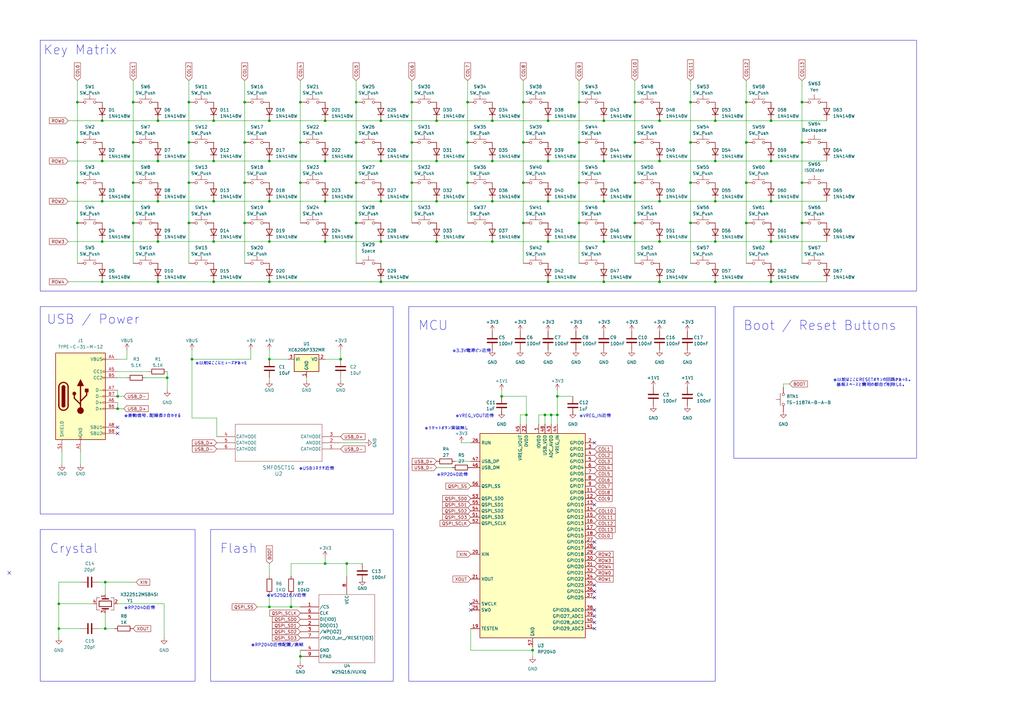
<source format=kicad_sch>
(kicad_sch (version 20230121) (generator eeschema)
  (paper "A3")
  (title_block (title "YM60JIS") (date "2023-10-26") (rev "v1.0") (company "@ymkn"))
  (lib_symbols
    (symbol "Connector:USB_C_Receptacle_USB2.0" (pin_names (offset 1.016))
      (property "Reference" "J" (at -10.16 19.05 0))
      (property "Value" "USB_C_Receptacle_USB2.0" (at 19.05 19.05 0))
      (symbol "USB_C_Receptacle_USB2.0_1_1"
        (pin passive line (at 0 -22.86 90) (length 5.08) (name "GND") (number "A1"))
        (pin passive line (at 0 -22.86 90) (length 5.08) hide (name "GND") (number "A12"))
        (pin passive line (at 15.24 15.24 180) (length 5.08) (name "VBUS") (number "A4"))
        (pin bidirectional line (at 15.24 10.16 180) (length 5.08) (name "CC1") (number "A5"))
        (pin bidirectional line (at 15.24 -2.54 180) (length 5.08) (name "D+") (number "A6"))
        (pin bidirectional line (at 15.24 2.54 180) (length 5.08) (name "D-") (number "A7"))
        (pin bidirectional line (at 15.24 -12.7 180) (length 5.08) (name "SBU1") (number "A8"))
        (pin passive line (at 15.24 15.24 180) (length 5.08) hide (name "VBUS") (number "A9"))
        (pin passive line (at 0 -22.86 90) (length 5.08) hide (name "GND") (number "B1"))
        (pin passive line (at 0 -22.86 90) (length 5.08) hide (name "GND") (number "B12"))
        (pin passive line (at 15.24 15.24 180) (length 5.08) hide (name "VBUS") (number "B4"))
        (pin bidirectional line (at 15.24 7.62 180) (length 5.08) (name "CC2") (number "B5"))
        (pin bidirectional line (at 15.24 -5.08 180) (length 5.08) (name "D+") (number "B6"))
        (pin bidirectional line (at 15.24 0 180) (length 5.08) (name "D-") (number "B7"))
        (pin bidirectional line (at 15.24 -15.24 180) (length 5.08) (name "SBU2") (number "B8"))
        (pin passive line (at 15.24 15.24 180) (length 5.08) hide (name "VBUS") (number "B9"))
        (pin passive line (at -7.62 -22.86 90) (length 5.08) (name "SHIELD") (number "S1"))
      )
    )
    (symbol "Device:C" (pin_numbers hide) (pin_names (offset 0.254))
      (property "Reference" "C" (at 0.635 2.54 0))
      (property "Value" "C" (at 0.635 -2.54 0))
      (symbol "C_1_1"
        (pin passive line (at 0 3.81 270) (length 2.794) (name "~") (number "1"))
        (pin passive line (at 0 -3.81 90) (length 2.794) (name "~") (number "2"))
      )
    )
    (symbol "Device:Crystal_GND24" (pin_names (offset 1.016) hide)
      (property "Reference" "Y" (at 3.175 5.08 0))
      (property "Value" "Crystal_GND24" (at 3.175 3.175 0))
      (symbol "Crystal_GND24_1_1"
        (pin passive line (at -3.81 0 0) (length 1.27) (name "1") (number "1"))
        (pin passive line (at 0 5.08 270) (length 1.27) (name "2") (number "2"))
        (pin passive line (at 3.81 0 180) (length 1.27) (name "3") (number "3"))
        (pin passive line (at 0 -5.08 90) (length 1.27) (name "4") (number "4"))
      )
    )
    (symbol "Device:R" (pin_numbers hide) (pin_names (offset 0))
      (property "Reference" "R" (at 2.032 0 90))
      (property "Value" "R" (at 0 0 90))
      (symbol "R_1_1"
        (pin passive line (at 0 3.81 270) (length 1.27) (name "~") (number "1"))
        (pin passive line (at 0 -3.81 90) (length 1.27) (name "~") (number "2"))
      )
    )
    (symbol "Diode:1N4148W" (pin_numbers hide) (pin_names hide)
      (property "Reference" "D" (at 0 2.54 0))
      (property "Value" "1N4148W" (at 0 -2.54 0))
      (symbol "1N4148W_1_1"
        (pin passive line (at -3.81 0 0) (length 2.54) (name "K") (number "1"))
        (pin passive line (at 3.81 0 180) (length 2.54) (name "A") (number "2"))
      )
    )
    (symbol "MCU_RaspberryPi:RP2040"
      (property "Reference" "U" (at 17.78 45.72 0))
      (property "Value" "RP2040" (at 17.78 43.18 0))
      (symbol "RP2040_1_1"
        (pin power_in line (at 2.54 45.72 270) (length 3.81) (name "IOVDD") (number "1"))
        (pin passive line (at 2.54 45.72 270) (length 3.81) hide (name "IOVDD") (number "10"))
        (pin bidirectional line (at 25.4 17.78 180) (length 3.81) (name "GPIO8") (number "11"))
        (pin bidirectional line (at 25.4 15.24 180) (length 3.81) (name "GPIO9") (number "12"))
        (pin bidirectional line (at 25.4 12.7 180) (length 3.81) (name "GPIO10") (number "13"))
        (pin bidirectional line (at 25.4 10.16 180) (length 3.81) (name "GPIO11") (number "14"))
        (pin bidirectional line (at 25.4 7.62 180) (length 3.81) (name "GPIO12") (number "15"))
        (pin bidirectional line (at 25.4 5.08 180) (length 3.81) (name "GPIO13") (number "16"))
        (pin bidirectional line (at 25.4 2.54 180) (length 3.81) (name "GPIO14") (number "17"))
        (pin bidirectional line (at 25.4 0 180) (length 3.81) (name "GPIO15") (number "18"))
        (pin input line (at -25.4 -38.1 0) (length 3.81) (name "TESTEN") (number "19"))
        (pin bidirectional line (at 25.4 38.1 180) (length 3.81) (name "GPIO0") (number "2"))
        (pin input line (at -25.4 -7.62 0) (length 3.81) (name "XIN") (number "20"))
        (pin passive line (at -25.4 -17.78 0) (length 3.81) (name "XOUT") (number "21"))
        (pin passive line (at 2.54 45.72 270) (length 3.81) hide (name "IOVDD") (number "22"))
        (pin power_in line (at -2.54 45.72 270) (length 3.81) (name "DVDD") (number "23"))
        (pin input line (at -25.4 -27.94 0) (length 3.81) (name "SWCLK") (number "24"))
        (pin bidirectional line (at -25.4 -30.48 0) (length 3.81) (name "SWD") (number "25"))
        (pin input line (at -25.4 38.1 0) (length 3.81) (name "RUN") (number "26"))
        (pin bidirectional line (at 25.4 -2.54 180) (length 3.81) (name "GPIO16") (number "27"))
        (pin bidirectional line (at 25.4 -5.08 180) (length 3.81) (name "GPIO17") (number "28"))
        (pin bidirectional line (at 25.4 -7.62 180) (length 3.81) (name "GPIO18") (number "29"))
        (pin bidirectional line (at 25.4 35.56 180) (length 3.81) (name "GPIO1") (number "3"))
        (pin bidirectional line (at 25.4 -10.16 180) (length 3.81) (name "GPIO19") (number "30"))
        (pin bidirectional line (at 25.4 -12.7 180) (length 3.81) (name "GPIO20") (number "31"))
        (pin bidirectional line (at 25.4 -15.24 180) (length 3.81) (name "GPIO21") (number "32"))
        (pin passive line (at 2.54 45.72 270) (length 3.81) hide (name "IOVDD") (number "33"))
        (pin bidirectional line (at 25.4 -17.78 180) (length 3.81) (name "GPIO22") (number "34"))
        (pin bidirectional line (at 25.4 -20.32 180) (length 3.81) (name "GPIO23") (number "35"))
        (pin bidirectional line (at 25.4 -22.86 180) (length 3.81) (name "GPIO24") (number "36"))
        (pin bidirectional line (at 25.4 -25.4 180) (length 3.81) (name "GPIO25") (number "37"))
        (pin bidirectional line (at 25.4 -30.48 180) (length 3.81) (name "GPIO26_ADC0") (number "38"))
        (pin bidirectional line (at 25.4 -33.02 180) (length 3.81) (name "GPIO27_ADC1") (number "39"))
        (pin bidirectional line (at 25.4 33.02 180) (length 3.81) (name "GPIO2") (number "4"))
        (pin bidirectional line (at 25.4 -35.56 180) (length 3.81) (name "GPIO28_ADC2") (number "40"))
        (pin bidirectional line (at 25.4 -38.1 180) (length 3.81) (name "GPIO29_ADC3") (number "41"))
        (pin passive line (at 2.54 45.72 270) (length 3.81) hide (name "IOVDD") (number "42"))
        (pin power_in line (at 7.62 45.72 270) (length 3.81) (name "ADC_AVDD") (number "43"))
        (pin power_in line (at 10.16 45.72 270) (length 3.81) (name "VREG_IN") (number "44"))
        (pin power_out line (at -5.08 45.72 270) (length 3.81) (name "VREG_VOUT") (number "45"))
        (pin bidirectional line (at -25.4 27.94 0) (length 3.81) (name "USB_DM") (number "46"))
        (pin bidirectional line (at -25.4 30.48 0) (length 3.81) (name "USB_DP") (number "47"))
        (pin power_in line (at 5.08 45.72 270) (length 3.81) (name "USB_VDD") (number "48"))
        (pin passive line (at 2.54 45.72 270) (length 3.81) hide (name "IOVDD") (number "49"))
        (pin bidirectional line (at 25.4 30.48 180) (length 3.81) (name "GPIO3") (number "5"))
        (pin passive line (at -2.54 45.72 270) (length 3.81) hide (name "DVDD") (number "50"))
        (pin bidirectional line (at -25.4 7.62 0) (length 3.81) (name "QSPI_SD3") (number "51"))
        (pin output line (at -25.4 5.08 0) (length 3.81) (name "QSPI_SCLK") (number "52"))
        (pin bidirectional line (at -25.4 15.24 0) (length 3.81) (name "QSPI_SD0") (number "53"))
        (pin bidirectional line (at -25.4 10.16 0) (length 3.81) (name "QSPI_SD2") (number "54"))
        (pin bidirectional line (at -25.4 12.7 0) (length 3.81) (name "QSPI_SD1") (number "55"))
        (pin bidirectional line (at -25.4 20.32 0) (length 3.81) (name "QSPI_SS") (number "56"))
        (pin power_in line (at 0 -45.72 90) (length 3.81) (name "GND") (number "57"))
        (pin bidirectional line (at 25.4 27.94 180) (length 3.81) (name "GPIO4") (number "6"))
        (pin bidirectional line (at 25.4 25.4 180) (length 3.81) (name "GPIO5") (number "7"))
        (pin bidirectional line (at 25.4 22.86 180) (length 3.81) (name "GPIO6") (number "8"))
        (pin bidirectional line (at 25.4 20.32 180) (length 3.81) (name "GPIO7") (number "9"))
      )
    )
    (symbol "Regulator_Linear:AMS1117-3.3"
      (property "Reference" "U" (at -3.81 3.175 0))
      (property "Value" "AMS1117-3.3" (at 0 3.175 0))
      (symbol "AMS1117-3.3_1_1"
        (pin power_in line (at 0 -7.62 90) (length 2.54) (name "GND") (number "1"))
        (pin power_out line (at 7.62 0 180) (length 2.54) (name "VO") (number "2"))
        (pin power_in line (at -7.62 0 0) (length 2.54) (name "VI") (number "3"))
      )
    )
    (symbol "SMF05CT1G:SMF05CT1G" (pin_names (offset 0.254))
      (property "Reference" "U" (at 25.4 10.16 0))
      (property "Value" "SMF05CT1G" (at 25.4 7.62 0))
      (symbol "SMF05CT1G_0_1"
        (pin unspecified line (at 0 0 0) (length 7.62) (name "CATHODE") (number "1"))
        (pin unspecified line (at 0 -2.54 0) (length 7.62) (name "ANODE") (number "2"))
        (pin unspecified line (at 0 -5.08 0) (length 7.62) (name "CATHODE") (number "3"))
        (pin unspecified line (at 50.8 -5.08 180) (length 7.62) (name "CATHODE") (number "4"))
        (pin unspecified line (at 50.8 -2.54 180) (length 7.62) (name "CATHODE") (number "5"))
        (pin unspecified line (at 50.8 0 180) (length 7.62) (name "CATHODE") (number "6"))
      )
    )
    (symbol "Switch:SW_Push" (pin_numbers hide) (pin_names (offset 1.016) hide)
      (property "Reference" "SW" (at 1.27 2.54 0))
      (property "Value" "SW_Push" (at 0 -1.524 0))
      (symbol "SW_Push_0_1"
        (pin passive line (at -5.08 0 0) (length 2.54) (name "1") (number "1"))
        (pin passive line (at 5.08 0 180) (length 2.54) (name "2") (number "2"))
      )
    )
    (symbol "W25Q16JVUXIQ:W25Q16JVUXIQ" (pin_names (offset 0.254))
      (property "Reference" "U4" (at 12.7 1.27 0))
      (property "Value" "W25Q16JVSSIQ" (at 12.7 -1.27 0))
      (symbol "W25Q16JVUXIQ_0_1"
        (pin unspecified line (at -19.05 8.89 0) (length 7.62) (name "/CS") (number "1"))
        (pin unspecified line (at -19.05 1.27 0) (length 7.62) (name "DO(IO1)") (number "2"))
        (pin unspecified line (at -19.05 -1.27 0) (length 7.62) (name "/WP(IO2)") (number "3"))
        (pin unspecified line (at -19.05 -8.89 0) (length 7.62) (name "GND") (number "4"))
        (pin unspecified line (at -19.05 3.81 0) (length 7.62) (name "DI(IO0)") (number "5"))
        (pin unspecified line (at -19.05 6.35 0) (length 7.62) (name "CLK") (number "6"))
        (pin unspecified line (at -19.05 -3.81 0) (length 7.62) (name "/HOLD_or_/RESET(IO3)") (number "7"))
        (pin unspecified line (at 0 21.59 270) (length 7.62) (name "VCC") (number "8"))
        (pin unspecified line (at -19.05 -11.43 0) (length 7.62) (name "EPAD") (number "9"))
      )
    )
    (symbol "power:+1V1" (power) (pin_names (offset 0))
      (property "Value" "+1V1" (at 0 3.556 0))
      (symbol "+1V1_1_1"
        (pin power_in line (at 0 0 90) (length 0) hide (name "+1V1") (number "1"))
      )
    )
    (symbol "power:+3V3" (power) (pin_names (offset 0))
      (property "Value" "+3V3" (at 0 3.556 0))
      (symbol "+3V3_1_1"
        (pin power_in line (at 0 0 90) (length 0) hide (name "+3V3") (number "1"))
      )
    )
    (symbol "power:+5V" (power) (pin_names (offset 0))
      (property "Value" "+5V" (at 0 3.556 0))
      (symbol "+5V_1_1"
        (pin power_in line (at 0 0 90) (length 0) hide (name "+5V") (number "1"))
      )
    )
    (symbol "power:GND" (power) (pin_names (offset 0))
      (property "Value" "GND" (at 0 -3.81 0))
      (symbol "GND_1_1"
        (pin power_in line (at 0 0 270) (length 0) hide (name "GND") (number "1"))
      )
    )
    (symbol "power:VBUS" (power) (pin_names (offset 0))
      (property "Value" "VBUS" (at 0 3.81 0))
      (symbol "VBUS_1_1"
        (pin power_in line (at 0 0 90) (length 0) hide (name "VBUS") (number "1"))
      )
    )
  )
  (junction (at 201.93 49.53))
  (junction (at 41.91 49.53))
  (junction (at 306.07 74.93))
  (junction (at 156.21 115.57))
  (junction (at 77.47 41.91))
  (junction (at 224.79 49.53))
  (junction (at 41.91 99.06))
  (junction (at 237.49 58.42))
  (junction (at 247.65 66.04))
  (junction (at 237.49 74.93))
  (junction (at 168.91 58.42))
  (junction (at 316.23 82.55))
  (junction (at 68.58 154.94))
  (junction (at 228.6 170.18))
  (junction (at 283.21 58.42))
  (junction (at 316.23 99.06))
  (junction (at 48.26 167.64))
  (junction (at 87.63 49.53))
  (junction (at 48.26 162.56))
  (junction (at 224.79 99.06))
  (junction (at 31.75 74.93))
  (junction (at 78.74 147.32))
  (junction (at 223.52 170.18))
  (junction (at 179.07 66.04))
  (junction (at 224.79 82.55))
  (junction (at 31.75 91.44))
  (junction (at 77.47 74.93))
  (junction (at 191.77 58.42))
  (junction (at 119.38 248.92))
  (junction (at 215.9 170.18))
  (junction (at 270.51 49.53))
  (junction (at 328.93 91.44))
  (junction (at 247.65 49.53))
  (junction (at 214.63 58.42))
  (junction (at 24.13 247.65))
  (junction (at 133.35 231.14))
  (junction (at 270.51 82.55))
  (junction (at 201.93 82.55))
  (junction (at 110.49 99.06))
  (junction (at 270.51 115.57))
  (junction (at 260.35 58.42))
  (junction (at 156.21 82.55))
  (junction (at 270.51 66.04))
  (junction (at 168.91 74.93))
  (junction (at 156.21 99.06))
  (junction (at 156.21 49.53))
  (junction (at 283.21 41.91))
  (junction (at 237.49 41.91))
  (junction (at 179.07 99.06))
  (junction (at 316.23 49.53))
  (junction (at 64.77 115.57))
  (junction (at 283.21 74.93))
  (junction (at 260.35 74.93))
  (junction (at 87.63 66.04))
  (junction (at 87.63 115.57))
  (junction (at 201.93 66.04))
  (junction (at 54.61 91.44))
  (junction (at 110.49 66.04))
  (junction (at 41.91 82.55))
  (junction (at 201.93 99.06))
  (junction (at 41.91 115.57))
  (junction (at 123.19 41.91))
  (junction (at 316.23 66.04))
  (junction (at 110.49 147.32))
  (junction (at 100.33 74.93))
  (junction (at 87.63 82.55))
  (junction (at 146.05 41.91))
  (junction (at 328.93 41.91))
  (junction (at 260.35 41.91))
  (junction (at 191.77 41.91))
  (junction (at 77.47 58.42))
  (junction (at 247.65 115.57))
  (junction (at 123.19 74.93))
  (junction (at 146.05 74.93))
  (junction (at 139.7 147.32))
  (junction (at 293.37 82.55))
  (junction (at 328.93 58.42))
  (junction (at 179.07 82.55))
  (junction (at 31.75 58.42))
  (junction (at 293.37 66.04))
  (junction (at 247.65 99.06))
  (junction (at 133.35 99.06))
  (junction (at 64.77 66.04))
  (junction (at 64.77 99.06))
  (junction (at 142.24 231.14))
  (junction (at 316.23 115.57))
  (junction (at 24.13 257.81))
  (junction (at 64.77 82.55))
  (junction (at 214.63 41.91))
  (junction (at 306.07 41.91))
  (junction (at 228.6 162.56))
  (junction (at 179.07 49.53))
  (junction (at 41.91 66.04))
  (junction (at 77.47 91.44))
  (junction (at 100.33 91.44))
  (junction (at 168.91 41.91))
  (junction (at 306.07 91.44))
  (junction (at 110.49 49.53))
  (junction (at 293.37 49.53))
  (junction (at 100.33 58.42))
  (junction (at 43.18 257.81))
  (junction (at 328.93 74.93))
  (junction (at 87.63 99.06))
  (junction (at 110.49 115.57))
  (junction (at 226.06 170.18))
  (junction (at 43.18 238.76))
  (junction (at 54.61 41.91))
  (junction (at 247.65 82.55))
  (junction (at 214.63 74.93))
  (junction (at 270.51 99.06))
  (junction (at 54.61 74.93))
  (junction (at 283.21 91.44))
  (junction (at 64.77 49.53))
  (junction (at 133.35 66.04))
  (junction (at 237.49 91.44))
  (junction (at 306.07 58.42))
  (junction (at 133.35 49.53))
  (junction (at 146.05 58.42))
  (junction (at 293.37 115.57))
  (junction (at 31.75 41.91))
  (junction (at 205.74 162.56))
  (junction (at 224.79 66.04))
  (junction (at 156.21 66.04))
  (junction (at 214.63 91.44))
  (junction (at 260.35 91.44))
  (junction (at 146.05 91.44))
  (junction (at 218.44 266.7))
  (junction (at 100.33 41.91))
  (junction (at 224.79 115.57))
  (junction (at 293.37 99.06))
  (junction (at 133.35 82.55))
  (junction (at 54.61 58.42))
  (junction (at 110.49 82.55))
  (junction (at 123.19 269.24))
  (junction (at 110.49 248.92))
  (junction (at 191.77 74.93))
  (junction (at 123.19 58.42))
  (no_connect (at 243.84 245.11))
  (no_connect (at 3.81 234.95))
  (no_connect (at 243.84 240.03))
  (no_connect (at 48.26 177.8))
  (no_connect (at 243.84 252.73))
  (no_connect (at 48.26 175.26))
  (no_connect (at 193.04 250.19))
  (no_connect (at 193.04 247.65))
  (no_connect (at 243.84 207.01))
  (no_connect (at 243.84 255.27))
  (no_connect (at 243.84 257.81))
  (no_connect (at 243.84 242.57))
  (no_connect (at 243.84 250.19))
  (no_connect (at 243.84 181.61))
  (no_connect (at 243.84 222.25))
  (no_connect (at 243.84 224.79))
  (wire (pts (xy 31.75 91.44) (xy 31.75 107.95)))
  (wire (pts (xy 146.05 91.44) (xy 146.05 107.95)))
  (wire (pts (xy 48.26 160.02) (xy 48.26 162.56)))
  (wire (pts (xy 226.06 170.18) (xy 226.06 173.99)))
  (wire (pts (xy 27.94 82.55) (xy 41.91 82.55)))
  (wire (pts (xy 110.49 147.32) (xy 110.49 143.51)))
  (wire (pts (xy 293.37 49.53) (xy 316.23 49.53)))
  (wire (pts (xy 223.52 170.18) (xy 223.52 173.99)))
  (wire (pts (xy 87.63 99.06) (xy 110.49 99.06)))
  (wire (pts (xy 193.04 266.7) (xy 218.44 266.7)))
  (wire (pts (xy 293.37 66.04) (xy 316.23 66.04)))
  (wire (pts (xy 100.33 91.44) (xy 100.33 107.95)))
  (wire (pts (xy 283.21 58.42) (xy 283.21 74.93)))
  (wire (pts (xy 54.61 33.02) (xy 54.61 41.91)))
  (wire (pts (xy 123.19 41.91) (xy 123.19 58.42)))
  (wire (pts (xy 100.33 41.91) (xy 100.33 58.42)))
  (wire (pts (xy 139.7 143.51) (xy 139.7 147.32)))
  (wire (pts (xy 179.07 191.77) (xy 185.42 191.77)))
  (wire (pts (xy 306.07 91.44) (xy 306.07 107.95)))
  (wire (pts (xy 59.69 154.94) (xy 68.58 154.94)))
  (wire (pts (xy 306.07 58.42) (xy 306.07 74.93)))
  (wire (pts (xy 306.07 74.93) (xy 306.07 91.44)))
  (wire (pts (xy 78.74 171.45) (xy 88.9 171.45)))
  (wire (pts (xy 31.75 33.02) (xy 31.75 41.91)))
  (wire (pts (xy 179.07 99.06) (xy 201.93 99.06)))
  (wire (pts (xy 214.63 33.02) (xy 214.63 41.91)))
  (wire (pts (xy 78.74 143.51) (xy 78.74 147.32)))
  (wire (pts (xy 213.36 170.18) (xy 215.9 170.18)))
  (wire (pts (xy 224.79 82.55) (xy 247.65 82.55)))
  (wire (pts (xy 123.19 266.7) (xy 123.19 269.24)))
  (wire (pts (xy 33.02 185.42) (xy 33.02 190.5)))
  (wire (pts (xy 119.38 248.92) (xy 123.19 248.92)))
  (wire (pts (xy 77.47 58.42) (xy 77.47 74.93)))
  (wire (pts (xy 237.49 91.44) (xy 237.49 107.95)))
  (wire (pts (xy 41.91 99.06) (xy 64.77 99.06)))
  (wire (pts (xy 321.31 157.48) (xy 321.31 158.75)))
  (wire (pts (xy 24.13 257.81) (xy 33.02 257.81)))
  (wire (pts (xy 54.61 58.42) (xy 54.61 74.93)))
  (wire (pts (xy 237.49 33.02) (xy 237.49 41.91)))
  (wire (pts (xy 142.24 231.14) (xy 148.59 231.14)))
  (wire (pts (xy 133.35 231.14) (xy 119.38 231.14)))
  (wire (pts (xy 52.07 143.51) (xy 52.07 147.32)))
  (wire (pts (xy 283.21 41.91) (xy 283.21 58.42)))
  (wire (pts (xy 228.6 162.56) (xy 228.6 160.02)))
  (wire (pts (xy 43.18 257.81) (xy 46.99 257.81)))
  (wire (pts (xy 48.26 152.4) (xy 60.96 152.4)))
  (wire (pts (xy 316.23 99.06) (xy 339.09 99.06)))
  (wire (pts (xy 316.23 115.57) (xy 339.09 115.57)))
  (wire (pts (xy 77.47 33.02) (xy 77.47 41.91)))
  (wire (pts (xy 87.63 82.55) (xy 110.49 82.55)))
  (wire (pts (xy 191.77 58.42) (xy 191.77 74.93)))
  (wire (pts (xy 224.79 49.53) (xy 247.65 49.53)))
  (wire (pts (xy 293.37 82.55) (xy 316.23 82.55)))
  (wire (pts (xy 52.07 147.32) (xy 48.26 147.32)))
  (wire (pts (xy 214.63 91.44) (xy 214.63 107.95)))
  (wire (pts (xy 214.63 41.91) (xy 214.63 58.42)))
  (wire (pts (xy 105.41 248.92) (xy 110.49 248.92)))
  (wire (pts (xy 68.58 152.4) (xy 68.58 154.94)))
  (wire (pts (xy 213.36 173.99) (xy 213.36 170.18)))
  (wire (pts (xy 119.38 243.84) (xy 119.38 248.92)))
  (wire (pts (xy 201.93 82.55) (xy 224.79 82.55)))
  (wire (pts (xy 88.9 171.45) (xy 88.9 179.07)))
  (wire (pts (xy 228.6 170.18) (xy 228.6 173.99)))
  (wire (pts (xy 293.37 115.57) (xy 316.23 115.57)))
  (wire (pts (xy 87.63 66.04) (xy 110.49 66.04)))
  (wire (pts (xy 156.21 82.55) (xy 179.07 82.55)))
  (wire (pts (xy 133.35 147.32) (xy 139.7 147.32)))
  (wire (pts (xy 110.49 49.53) (xy 133.35 49.53)))
  (wire (pts (xy 214.63 74.93) (xy 214.63 91.44)))
  (wire (pts (xy 179.07 66.04) (xy 201.93 66.04)))
  (wire (pts (xy 24.13 238.76) (xy 24.13 247.65)))
  (wire (pts (xy 133.35 231.14) (xy 133.35 228.6)))
  (wire (pts (xy 328.93 74.93) (xy 328.93 91.44)))
  (wire (pts (xy 102.87 143.51) (xy 102.87 147.32)))
  (wire (pts (xy 328.93 58.42) (xy 328.93 74.93)))
  (wire (pts (xy 283.21 74.93) (xy 283.21 91.44)))
  (wire (pts (xy 54.61 74.93) (xy 54.61 91.44)))
  (wire (pts (xy 237.49 74.93) (xy 237.49 91.44)))
  (wire (pts (xy 78.74 147.32) (xy 102.87 147.32)))
  (wire (pts (xy 119.38 231.14) (xy 119.38 236.22)))
  (wire (pts (xy 224.79 66.04) (xy 247.65 66.04)))
  (wire (pts (xy 168.91 58.42) (xy 168.91 74.93)))
  (wire (pts (xy 328.93 33.02) (xy 328.93 41.91)))
  (wire (pts (xy 168.91 41.91) (xy 168.91 58.42)))
  (wire (pts (xy 41.91 82.55) (xy 64.77 82.55)))
  (wire (pts (xy 306.07 41.91) (xy 306.07 58.42)))
  (wire (pts (xy 247.65 115.57) (xy 270.51 115.57)))
  (wire (pts (xy 189.23 181.61) (xy 193.04 181.61)))
  (wire (pts (xy 100.33 58.42) (xy 100.33 74.93)))
  (wire (pts (xy 260.35 74.93) (xy 260.35 91.44)))
  (wire (pts (xy 283.21 33.02) (xy 283.21 41.91)))
  (wire (pts (xy 260.35 91.44) (xy 260.35 107.95)))
  (wire (pts (xy 123.19 74.93) (xy 123.19 91.44)))
  (wire (pts (xy 146.05 74.93) (xy 146.05 91.44)))
  (wire (pts (xy 146.05 58.42) (xy 146.05 74.93)))
  (wire (pts (xy 270.51 66.04) (xy 293.37 66.04)))
  (wire (pts (xy 110.49 248.92) (xy 119.38 248.92)))
  (wire (pts (xy 133.35 99.06) (xy 156.21 99.06)))
  (wire (pts (xy 110.49 231.14) (xy 110.49 236.22)))
  (wire (pts (xy 123.19 58.42) (xy 123.19 74.93)))
  (wire (pts (xy 43.18 238.76) (xy 43.18 243.84)))
  (wire (pts (xy 168.91 33.02) (xy 168.91 41.91)))
  (wire (pts (xy 43.18 238.76) (xy 55.88 238.76)))
  (wire (pts (xy 142.24 231.14) (xy 133.35 231.14)))
  (wire (pts (xy 228.6 170.18) (xy 226.06 170.18)))
  (wire (pts (xy 133.35 49.53) (xy 156.21 49.53)))
  (wire (pts (xy 149.86 181.61) (xy 139.7 181.61)))
  (wire (pts (xy 110.49 115.57) (xy 156.21 115.57)))
  (wire (pts (xy 27.94 115.57) (xy 41.91 115.57)))
  (wire (pts (xy 223.52 170.18) (xy 220.98 170.18)))
  (wire (pts (xy 201.93 99.06) (xy 224.79 99.06)))
  (wire (pts (xy 87.63 115.57) (xy 110.49 115.57)))
  (wire (pts (xy 48.26 154.94) (xy 52.07 154.94)))
  (wire (pts (xy 191.77 41.91) (xy 191.77 58.42)))
  (wire (pts (xy 218.44 269.24) (xy 218.44 266.7)))
  (wire (pts (xy 228.6 162.56) (xy 228.6 170.18)))
  (wire (pts (xy 148.59 237.49) (xy 148.59 238.76)))
  (wire (pts (xy 48.26 247.65) (xy 67.31 247.65)))
  (wire (pts (xy 234.95 162.56) (xy 228.6 162.56)))
  (wire (pts (xy 237.49 58.42) (xy 237.49 74.93)))
  (wire (pts (xy 77.47 41.91) (xy 77.47 58.42)))
  (wire (pts (xy 237.49 41.91) (xy 237.49 58.42)))
  (wire (pts (xy 110.49 82.55) (xy 133.35 82.55)))
  (wire (pts (xy 78.74 147.32) (xy 78.74 171.45)))
  (wire (pts (xy 27.94 49.53) (xy 41.91 49.53)))
  (wire (pts (xy 123.19 271.78) (xy 123.19 269.24)))
  (wire (pts (xy 218.44 266.7) (xy 218.44 265.43)))
  (wire (pts (xy 125.73 156.21) (xy 125.73 154.94)))
  (wire (pts (xy 77.47 91.44) (xy 77.47 107.95)))
  (wire (pts (xy 54.61 91.44) (xy 54.61 107.95)))
  (wire (pts (xy 328.93 91.44) (xy 328.93 107.95)))
  (wire (pts (xy 179.07 82.55) (xy 201.93 82.55)))
  (wire (pts (xy 110.49 243.84) (xy 110.49 248.92)))
  (wire (pts (xy 25.4 185.42) (xy 25.4 190.5)))
  (wire (pts (xy 41.91 49.53) (xy 64.77 49.53)))
  (wire (pts (xy 41.91 115.57) (xy 64.77 115.57)))
  (wire (pts (xy 110.49 66.04) (xy 133.35 66.04)))
  (wire (pts (xy 260.35 41.91) (xy 260.35 58.42)))
  (wire (pts (xy 205.74 160.02) (xy 205.74 162.56)))
  (wire (pts (xy 186.69 189.23) (xy 193.04 189.23)))
  (wire (pts (xy 24.13 261.62) (xy 24.13 257.81)))
  (wire (pts (xy 139.7 156.21) (xy 139.7 154.94)))
  (wire (pts (xy 40.64 257.81) (xy 43.18 257.81)))
  (wire (pts (xy 270.51 82.55) (xy 293.37 82.55)))
  (wire (pts (xy 270.51 99.06) (xy 293.37 99.06)))
  (wire (pts (xy 193.04 257.81) (xy 193.04 266.7)))
  (wire (pts (xy 40.64 238.76) (xy 43.18 238.76)))
  (wire (pts (xy 31.75 74.93) (xy 31.75 91.44)))
  (wire (pts (xy 110.49 99.06) (xy 133.35 99.06)))
  (wire (pts (xy 205.74 168.91) (xy 205.74 170.18)))
  (wire (pts (xy 123.19 33.02) (xy 123.19 41.91)))
  (wire (pts (xy 220.98 170.18) (xy 220.98 173.99)))
  (wire (pts (xy 270.51 115.57) (xy 293.37 115.57)))
  (wire (pts (xy 31.75 41.91) (xy 31.75 58.42)))
  (wire (pts (xy 214.63 58.42) (xy 214.63 74.93)))
  (wire (pts (xy 247.65 49.53) (xy 270.51 49.53)))
  (wire (pts (xy 133.35 82.55) (xy 156.21 82.55)))
  (wire (pts (xy 270.51 49.53) (xy 293.37 49.53)))
  (wire (pts (xy 168.91 74.93) (xy 168.91 91.44)))
  (wire (pts (xy 179.07 49.53) (xy 201.93 49.53)))
  (wire (pts (xy 110.49 154.94) (xy 110.49 156.21)))
  (wire (pts (xy 146.05 33.02) (xy 146.05 41.91)))
  (wire (pts (xy 48.26 167.64) (xy 50.8 167.64)))
  (wire (pts (xy 316.23 66.04) (xy 339.09 66.04)))
  (wire (pts (xy 156.21 115.57) (xy 224.79 115.57)))
  (wire (pts (xy 260.35 58.42) (xy 260.35 74.93)))
  (wire (pts (xy 316.23 82.55) (xy 339.09 82.55)))
  (wire (pts (xy 100.33 33.02) (xy 100.33 41.91)))
  (wire (pts (xy 316.23 49.53) (xy 339.09 49.53)))
  (wire (pts (xy 43.18 251.46) (xy 43.18 257.81)))
  (wire (pts (xy 293.37 99.06) (xy 316.23 99.06)))
  (wire (pts (xy 64.77 82.55) (xy 87.63 82.55)))
  (wire (pts (xy 201.93 66.04) (xy 224.79 66.04)))
  (wire (pts (xy 226.06 170.18) (xy 223.52 170.18)))
  (wire (pts (xy 191.77 74.93) (xy 191.77 91.44)))
  (wire (pts (xy 201.93 49.53) (xy 224.79 49.53)))
  (wire (pts (xy 142.24 231.14) (xy 142.24 236.22)))
  (wire (pts (xy 321.31 157.48) (xy 323.85 157.48)))
  (wire (pts (xy 247.65 66.04) (xy 270.51 66.04)))
  (wire (pts (xy 215.9 173.99) (xy 215.9 170.18)))
  (wire (pts (xy 205.74 162.56) (xy 215.9 162.56)))
  (wire (pts (xy 48.26 165.1) (xy 48.26 167.64)))
  (wire (pts (xy 87.63 49.53) (xy 110.49 49.53)))
  (wire (pts (xy 247.65 82.55) (xy 270.51 82.55)))
  (wire (pts (xy 133.35 66.04) (xy 156.21 66.04)))
  (wire (pts (xy 224.79 99.06) (xy 247.65 99.06)))
  (wire (pts (xy 64.77 66.04) (xy 87.63 66.04)))
  (wire (pts (xy 27.94 99.06) (xy 41.91 99.06)))
  (wire (pts (xy 100.33 74.93) (xy 100.33 91.44)))
  (wire (pts (xy 24.13 247.65) (xy 24.13 257.81)))
  (wire (pts (xy 87.63 115.57) (xy 64.77 115.57)))
  (wire (pts (xy 156.21 49.53) (xy 179.07 49.53)))
  (wire (pts (xy 33.02 238.76) (xy 24.13 238.76)))
  (wire (pts (xy 77.47 74.93) (xy 77.47 91.44)))
  (wire (pts (xy 68.58 154.94) (xy 68.58 160.02)))
  (wire (pts (xy 191.77 33.02) (xy 191.77 41.91)))
  (wire (pts (xy 48.26 162.56) (xy 50.8 162.56)))
  (wire (pts (xy 234.95 168.91) (xy 234.95 170.18)))
  (wire (pts (xy 306.07 33.02) (xy 306.07 41.91)))
  (wire (pts (xy 54.61 41.91) (xy 54.61 58.42)))
  (wire (pts (xy 247.65 99.06) (xy 270.51 99.06)))
  (wire (pts (xy 64.77 99.06) (xy 87.63 99.06)))
  (wire (pts (xy 31.75 58.42) (xy 31.75 74.93)))
  (wire (pts (xy 67.31 247.65) (xy 67.31 261.62)))
  (wire (pts (xy 41.91 66.04) (xy 64.77 66.04)))
  (wire (pts (xy 64.77 49.53) (xy 87.63 49.53)))
  (wire (pts (xy 156.21 66.04) (xy 179.07 66.04)))
  (wire (pts (xy 24.13 247.65) (xy 38.1 247.65)))
  (wire (pts (xy 215.9 170.18) (xy 215.9 162.56)))
  (wire (pts (xy 156.21 99.06) (xy 179.07 99.06)))
  (wire (pts (xy 27.94 66.04) (xy 41.91 66.04)))
  (wire (pts (xy 146.05 41.91) (xy 146.05 58.42)))
  (wire (pts (xy 328.93 41.91) (xy 328.93 58.42)))
  (wire (pts (xy 110.49 147.32) (xy 118.11 147.32)))
  (wire (pts (xy 283.21 91.44) (xy 283.21 107.95)))
  (wire (pts (xy 224.79 115.57) (xy 247.65 115.57)))
  (wire (pts (xy 260.35 33.02) (xy 260.35 41.91)))
  (rectangle (start 300.99 125.73) (end 375.92 187.96))
  (rectangle (start 16.51 16.51) (end 375.92 119.38))
  (rectangle (start 86.36 217.17) (end 161.29 279.4))
  (rectangle (start 167.64 125.73) (end 293.37 279.4))
  (rectangle (start 16.51 217.17) (end 80.01 279.4))
  (rectangle (start 16.51 125.73) (end 161.29 210.82))
  (text "※RP2040近傍" (at 179.07 195.58 0) (effects (font (size 1.27 1.27)) (justify left bottom)))
  (text "Flash" (at 90.17 227.33 0) (effects (font (size 3.81 3.81)) (justify left bottom)))
  (text "Key Matrix" (at 17.78 22.86 0) (effects (font (size 3.81 3.81)) (justify left bottom)))
  (text "※リセットボタン実装無し" (at 173.99 176.53 0) (effects (font (size 1.27 1.27)) (justify left bottom)))
  (text "USB / Power" (at 19.05 133.35 0) (effects (font (size 3.81 3.81)) (justify left bottom)))
  (text "※以前はここにヒューズがあった" (at 80.01 149.86 0) (effects (font (size 1.27 1.27)) (justify left bottom)))
  (text "※WS25Q16JV近傍" (at 109.22 245.11 0) (effects (font (size 1.27 1.27)) (justify left bottom)))
  (text "※RP2040近傍" (at 50.8 250.19 0) (effects (font (size 1.27 1.27)) (justify left bottom)))
  (text "※USBコネクタ近傍" (at 137.16 193.04 0) (effects (font (size 1.27 1.27)) (justify right bottom)))
  (text "※差動信号、配線長さ合わせる" (at 50.8 171.45 0) (effects (font (size 1.27 1.27)) (justify left bottom)))
  (text "※VREG_IN近傍" (at 237.49 171.45 0) (effects (font (size 1.27 1.27)) (justify left bottom)))
  (text "Boot / Reset Buttons" (at 304.8 135.89 0) (effects (font (size 3.81 3.81)) (justify left bottom)))
  (text "MCU" (at 171.45 135.89 0) (effects (font (size 3.81 3.81)) (justify left bottom)))
  (text "※3.3V電源ピン近傍" (at 185.42 144.78 0) (effects (font (size 1.27 1.27)) (justify left bottom)))
  (text "※RP2040近傍配置/直結" (at 102.87 265.43 0) (effects (font (size 1.27 1.27)) (justify left bottom)))
  (text "※VREG_VOUT近傍" (at 186.69 171.45 0) (effects (font (size 1.27 1.27)) (justify left bottom)))
  (text "Crystal" (at 20.32 227.33 0) (effects (font (size 3.81 3.81)) (justify left bottom)))
  (text "※以前はここにRESETボタンの回路があった。\n　基板スペースと費用の都合で削除した。" (at 341.63 158.75 0) (effects (font (size 1.27 1.27)) (justify left bottom)))
  (global_label "QSPI_SD0" (shape input) (at 123.19 254 180) (property "Intersheetrefs" "${INTERSHEET_REFS}" (effects hide)))
  (global_label "COL7" (shape input) (at 243.84 199.39 0) (property "Intersheetrefs" "${INTERSHEET_REFS}" (effects hide)))
  (global_label "COL13" (shape input) (at 243.84 217.17 0) (property "Intersheetrefs" "${INTERSHEET_REFS}" (effects hide)))
  (global_label "COL6" (shape input) (at 243.84 196.85 0) (property "Intersheetrefs" "${INTERSHEET_REFS}" (effects hide)))
  (global_label "QSPI_SD2" (shape input) (at 123.19 259.08 180) (property "Intersheetrefs" "${INTERSHEET_REFS}" (effects hide)))
  (global_label "COL10" (shape input) (at 243.84 209.55 0) (property "Intersheetrefs" "${INTERSHEET_REFS}" (effects hide)))
  (global_label "COL6" (shape input) (at 168.91 33.02 90) (property "Intersheetrefs" "${INTERSHEET_REFS}" (effects hide)))
  (global_label "COL3" (shape input) (at 100.33 33.02 90) (property "Intersheetrefs" "${INTERSHEET_REFS}" (effects hide)))
  (global_label "COL1" (shape input) (at 243.84 184.15 0) (property "Intersheetrefs" "${INTERSHEET_REFS}" (effects hide)))
  (global_label "QSPI_SCLK" (shape input) (at 193.04 214.63 180) (property "Intersheetrefs" "${INTERSHEET_REFS}" (effects hide)))
  (global_label "ROW1" (shape input) (at 243.84 237.49 0) (property "Intersheetrefs" "${INTERSHEET_REFS}" (effects hide)))
  (global_label "QSPI_SD1" (shape input) (at 193.04 207.01 180) (property "Intersheetrefs" "${INTERSHEET_REFS}" (effects hide)))
  (global_label "COL5" (shape input) (at 243.84 194.31 0) (property "Intersheetrefs" "${INTERSHEET_REFS}" (effects hide)))
  (global_label "COL3" (shape input) (at 243.84 189.23 0) (property "Intersheetrefs" "${INTERSHEET_REFS}" (effects hide)))
  (global_label "USB_D-" (shape input) (at 88.9 184.15 180) (property "Intersheetrefs" "${INTERSHEET_REFS}" (effects hide)))
  (global_label "COL7" (shape input) (at 191.77 33.02 90) (property "Intersheetrefs" "${INTERSHEET_REFS}" (effects hide)))
  (global_label "COL9" (shape input) (at 243.84 204.47 0) (property "Intersheetrefs" "${INTERSHEET_REFS}" (effects hide)))
  (global_label "QSPI_SD3" (shape input) (at 123.19 261.62 180) (property "Intersheetrefs" "${INTERSHEET_REFS}" (effects hide)))
  (global_label "COL11" (shape input) (at 283.21 33.02 90) (property "Intersheetrefs" "${INTERSHEET_REFS}" (effects hide)))
  (global_label "USB_D+" (shape input) (at 139.7 179.07 0) (property "Intersheetrefs" "${INTERSHEET_REFS}" (effects hide)))
  (global_label "COL8" (shape input) (at 214.63 33.02 90) (property "Intersheetrefs" "${INTERSHEET_REFS}" (effects hide)))
  (global_label "XOUT" (shape input) (at 193.04 237.49 180) (property "Intersheetrefs" "${INTERSHEET_REFS}" (effects hide)))
  (global_label "QSPI_SD0" (shape input) (at 193.04 204.47 180) (property "Intersheetrefs" "${INTERSHEET_REFS}" (effects hide)))
  (global_label "COL2" (shape input) (at 77.47 33.02 90) (property "Intersheetrefs" "${INTERSHEET_REFS}" (effects hide)))
  (global_label "QSPI_SD3" (shape input) (at 193.04 212.09 180) (property "Intersheetrefs" "${INTERSHEET_REFS}" (effects hide)))
  (global_label "USB_D+" (shape input) (at 50.8 167.64 0) (property "Intersheetrefs" "${INTERSHEET_REFS}" (effects hide)))
  (global_label "QSPI_SD1" (shape input) (at 123.19 256.54 180) (property "Intersheetrefs" "${INTERSHEET_REFS}" (effects hide)))
  (global_label "COL5" (shape input) (at 146.05 33.02 90) (property "Intersheetrefs" "${INTERSHEET_REFS}" (effects hide)))
  (global_label "ROW4" (shape input) (at 27.94 115.57 180) (property "Intersheetrefs" "${INTERSHEET_REFS}" (effects hide)))
  (global_label "ROW1" (shape input) (at 27.94 66.04 180) (property "Intersheetrefs" "${INTERSHEET_REFS}" (effects hide)))
  (global_label "QSPI_SCLK" (shape input) (at 123.19 251.46 180) (property "Intersheetrefs" "${INTERSHEET_REFS}" (effects hide)))
  (global_label "XOUT" (shape input) (at 54.61 257.81 0) (property "Intersheetrefs" "${INTERSHEET_REFS}" (effects hide)))
  (global_label "COL1" (shape input) (at 54.61 33.02 90) (property "Intersheetrefs" "${INTERSHEET_REFS}" (effects hide)))
  (global_label "USB_D-" (shape input) (at 50.8 162.56 0) (property "Intersheetrefs" "${INTERSHEET_REFS}" (effects hide)))
  (global_label "QSPI_SD2" (shape input) (at 193.04 209.55 180) (property "Intersheetrefs" "${INTERSHEET_REFS}" (effects hide)))
  (global_label "ROW3" (shape input) (at 243.84 229.87 0) (property "Intersheetrefs" "${INTERSHEET_REFS}" (effects hide)))
  (global_label "COL8" (shape input) (at 243.84 201.93 0) (property "Intersheetrefs" "${INTERSHEET_REFS}" (effects hide)))
  (global_label "ROW3" (shape input) (at 27.94 99.06 180) (property "Intersheetrefs" "${INTERSHEET_REFS}" (effects hide)))
  (global_label "COL11" (shape input) (at 243.84 212.09 0) (property "Intersheetrefs" "${INTERSHEET_REFS}" (effects hide)))
  (global_label "ROW4" (shape input) (at 243.84 232.41 0) (property "Intersheetrefs" "${INTERSHEET_REFS}" (effects hide)))
  (global_label "COL0" (shape input) (at 31.75 33.02 90) (property "Intersheetrefs" "${INTERSHEET_REFS}" (effects hide)))
  (global_label "BOOT" (shape input) (at 323.85 157.48 0) (property "Intersheetrefs" "${INTERSHEET_REFS}" (effects hide)))
  (global_label "ROW0" (shape input) (at 243.84 234.95 0) (property "Intersheetrefs" "${INTERSHEET_REFS}" (effects hide)))
  (global_label "COL4" (shape input) (at 243.84 191.77 0) (property "Intersheetrefs" "${INTERSHEET_REFS}" (effects hide)))
  (global_label "COL12" (shape input) (at 243.84 214.63 0) (property "Intersheetrefs" "${INTERSHEET_REFS}" (effects hide)))
  (global_label "COL2" (shape input) (at 243.84 186.69 0) (property "Intersheetrefs" "${INTERSHEET_REFS}" (effects hide)))
  (global_label "BOOT" (shape input) (at 110.49 231.14 90) (property "Intersheetrefs" "${INTERSHEET_REFS}" (effects hide)))
  (global_label "USB_D-" (shape input) (at 179.07 191.77 180) (property "Intersheetrefs" "${INTERSHEET_REFS}" (effects hide)))
  (global_label "COL10" (shape input) (at 260.35 33.02 90) (property "Intersheetrefs" "${INTERSHEET_REFS}" (effects hide)))
  (global_label "USB_D+" (shape input) (at 179.07 189.23 180) (property "Intersheetrefs" "${INTERSHEET_REFS}" (effects hide)))
  (global_label "COL12" (shape input) (at 306.07 33.02 90) (property "Intersheetrefs" "${INTERSHEET_REFS}" (effects hide)))
  (global_label "COL9" (shape input) (at 237.49 33.02 90) (property "Intersheetrefs" "${INTERSHEET_REFS}" (effects hide)))
  (global_label "ROW2" (shape input) (at 243.84 227.33 0) (property "Intersheetrefs" "${INTERSHEET_REFS}" (effects hide)))
  (global_label "QSPI_SS" (shape input) (at 105.41 248.92 180) (property "Intersheetrefs" "${INTERSHEET_REFS}" (effects hide)))
  (global_label "USB_D-" (shape input) (at 139.7 184.15 0) (property "Intersheetrefs" "${INTERSHEET_REFS}" (effects hide)))
  (global_label "ROW0" (shape input) (at 27.94 49.53 180) (property "Intersheetrefs" "${INTERSHEET_REFS}" (effects hide)))
  (global_label "COL0" (shape input) (at 243.84 219.71 0) (property "Intersheetrefs" "${INTERSHEET_REFS}" (effects hide)))
  (global_label "XIN" (shape input) (at 55.88 238.76 0) (property "Intersheetrefs" "${INTERSHEET_REFS}" (effects hide)))
  (global_label "COL13" (shape input) (at 328.93 33.02 90) (property "Intersheetrefs" "${INTERSHEET_REFS}" (effects hide)))
  (global_label "USB_D+" (shape input) (at 88.9 181.61 180) (property "Intersheetrefs" "${INTERSHEET_REFS}" (effects hide)))
  (global_label "ROW2" (shape input) (at 27.94 82.55 180) (property "Intersheetrefs" "${INTERSHEET_REFS}" (effects hide)))
  (global_label "QSPI_SS" (shape input) (at 193.04 199.39 180) (property "Intersheetrefs" "${INTERSHEET_REFS}" (effects hide)))
  (global_label "XIN" (shape input) (at 193.04 227.33 180) (property "Intersheetrefs" "${INTERSHEET_REFS}" (effects hide)))
  (global_label "COL4" (shape input) (at 123.19 33.02 90) (property "Intersheetrefs" "${INTERSHEET_REFS}" (effects hide)))
  (symbol (lib_id "Diode:1N4148W") (at 87.63 95.25 90) (unit 1)
    (property "Reference" "D14" (at 90.17 94.615 90) (effects (justify right)))
    (property "Value" "1N4148W" (at 90.17 97.155 90) (effects (justify right)))
    (property "Footprint" "Diode_SMD:D_SOD-123" (effects hide))
    (property "Datasheet" "https://www.vishay.com/docs/85748/1n4148w.pdf" (effects hide))
    (property "Sim.Device" "D" (effects hide))
    (property "Sim.Pins" "1=K 2=A" (effects hide))
    (property "LCSC Parts #" "C81598" (effects hide))
  )
  (symbol (lib_id "Diode:1N4148W") (at 201.93 95.25 90) (unit 1)
    (property "Reference" "D37" (at 204.47 94.615 90) (effects (justify right)))
    (property "Value" "1N4148W" (at 204.47 97.155 90) (effects (justify right)))
    (property "Footprint" "Diode_SMD:D_SOD-123" (effects hide))
    (property "Datasheet" "https://www.vishay.com/docs/85748/1n4148w.pdf" (effects hide))
    (property "Sim.Device" "D" (effects hide))
    (property "Sim.Pins" "1=K 2=A" (effects hide))
    (property "LCSC Parts #" "C81598" (effects hide))
  )
  (symbol (lib_id "power:GND") (at 234.95 168.91 0) (unit 1)
    (property "Reference" "#PWR017" (effects hide))
    (property "Value" "GND" (at 234.95 173.99 0))
  )
  (symbol (lib_id "Diode:1N4148W") (at 201.93 62.23 90) (unit 1)
    (property "Reference" "D35" (at 204.47 61.595 90) (effects (justify right)))
    (property "Value" "1N4148W" (at 204.47 64.135 90) (effects (justify right)))
    (property "Footprint" "Diode_SMD:D_SOD-123" (effects hide))
    (property "Datasheet" "https://www.vishay.com/docs/85748/1n4148w.pdf" (effects hide))
    (property "Sim.Device" "D" (effects hide))
    (property "Sim.Pins" "1=K 2=A" (effects hide))
    (property "LCSC Parts #" "C81598" (effects hide))
  )
  (symbol (lib_id "Diode:1N4148W") (at 247.65 78.74 90) (unit 1)
    (property "Reference" "D45" (at 250.19 78.105 90) (effects (justify right)))
    (property "Value" "1N4148W" (at 250.19 80.645 90) (effects (justify right)))
    (property "Footprint" "Diode_SMD:D_SOD-123" (effects hide))
    (property "Datasheet" "https://www.vishay.com/docs/85748/1n4148w.pdf" (effects hide))
    (property "Sim.Device" "D" (effects hide))
    (property "Sim.Pins" "1=K 2=A" (effects hide))
    (property "LCSC Parts #" "C81598" (effects hide))
  )
  (symbol (lib_id "Diode:1N4148W") (at 270.51 62.23 90) (unit 1)
    (property "Reference" "D49" (at 273.05 61.595 90) (effects (justify right)))
    (property "Value" "1N4148W" (at 273.05 64.135 90) (effects (justify right)))
    (property "Footprint" "Diode_SMD:D_SOD-123" (effects hide))
    (property "Datasheet" "https://www.vishay.com/docs/85748/1n4148w.pdf" (effects hide))
    (property "Sim.Device" "D" (effects hide))
    (property "Sim.Pins" "1=K 2=A" (effects hide))
    (property "LCSC Parts #" "C81598" (effects hide))
  )
  (symbol (lib_id "Diode:1N4148W") (at 110.49 62.23 90) (unit 1)
    (property "Reference" "D17" (at 113.03 61.595 90) (effects (justify right)))
    (property "Value" "1N4148W" (at 113.03 64.135 90) (effects (justify right)))
    (property "Footprint" "Diode_SMD:D_SOD-123" (effects hide))
    (property "Datasheet" "https://www.vishay.com/docs/85748/1n4148w.pdf" (effects hide))
    (property "Sim.Device" "D" (effects hide))
    (property "Sim.Pins" "1=K 2=A" (effects hide))
    (property "LCSC Parts #" "C81598" (effects hide))
  )
  (symbol (lib_id "Diode:1N4148W") (at 270.51 78.74 90) (unit 1)
    (property "Reference" "D50" (at 273.05 78.105 90) (effects (justify right)))
    (property "Value" "1N4148W" (at 273.05 80.645 90) (effects (justify right)))
    (property "Footprint" "Diode_SMD:D_SOD-123" (effects hide))
    (property "Datasheet" "https://www.vishay.com/docs/85748/1n4148w.pdf" (effects hide))
    (property "Sim.Device" "D" (effects hide))
    (property "Sim.Pins" "1=K 2=A" (effects hide))
    (property "LCSC Parts #" "C81598" (effects hide))
  )
  (symbol (lib_id "Diode:1N4148W") (at 339.09 95.25 90) (unit 1)
    (property "Reference" "D66" (at 341.63 94.615 90) (effects (justify right)))
    (property "Value" "1N4148W" (at 341.63 97.155 90) (effects (justify right)))
    (property "Footprint" "Diode_SMD:D_SOD-123" (effects hide))
    (property "Datasheet" "https://www.vishay.com/docs/85748/1n4148w.pdf" (effects hide))
    (property "Sim.Device" "D" (effects hide))
    (property "Sim.Pins" "1=K 2=A" (effects hide))
    (property "LCSC Parts #" "C81598" (effects hide))
  )
  (symbol (lib_id "Diode:1N4148W") (at 339.09 78.74 90) (unit 1)
    (property "Reference" "D65" (at 341.63 78.105 90) (effects (justify right)))
    (property "Value" "1N4148W" (at 341.63 80.645 90) (effects (justify right)))
    (property "Footprint" "Diode_SMD:D_SOD-123" (effects hide))
    (property "Datasheet" "https://www.vishay.com/docs/85748/1n4148w.pdf" (effects hide))
    (property "Sim.Device" "D" (effects hide))
    (property "Sim.Pins" "1=K 2=A" (effects hide))
    (property "LCSC Parts #" "C81598" (effects hide))
  )
  (symbol (lib_id "power:GND") (at 25.4 190.5 0) (unit 1)
    (property "Reference" "#PWR020" (effects hide))
    (property "Value" "GND" (at 25.4 194.31 0))
  )
  (symbol (lib_id "Diode:1N4148W") (at 247.65 111.76 90) (unit 1)
    (property "Reference" "D47" (at 250.19 111.125 90) (effects (justify right)))
    (property "Value" "1N4148W" (at 250.19 113.665 90) (effects (justify right)))
    (property "Footprint" "Diode_SMD:D_SOD-123" (effects hide))
    (property "Datasheet" "https://www.vishay.com/docs/85748/1n4148w.pdf" (effects hide))
    (property "Sim.Device" "D" (effects hide))
    (property "Sim.Pins" "1=K 2=A" (effects hide))
    (property "LCSC Parts #" "C81598" (effects hide))
  )
  (symbol (lib_id "Diode:1N4148W") (at 87.63 111.76 90) (unit 1)
    (property "Reference" "D15" (at 90.17 111.125 90) (effects (justify right)))
    (property "Value" "1N4148W" (at 90.17 113.665 90) (effects (justify right)))
    (property "Footprint" "Diode_SMD:D_SOD-123" (effects hide))
    (property "Datasheet" "https://www.vishay.com/docs/85748/1n4148w.pdf" (effects hide))
    (property "Sim.Device" "D" (effects hide))
    (property "Sim.Pins" "1=K 2=A" (effects hide))
    (property "LCSC Parts #" "C81598" (effects hide))
  )
  (symbol (lib_id "power:GND") (at 205.74 168.91 0) (unit 1)
    (property "Reference" "#PWR016" (effects hide))
    (property "Value" "GND" (at 205.74 173.99 0))
  )
  (symbol (lib_id "Diode:1N4148W") (at 293.37 111.76 90) (unit 1)
    (property "Reference" "D57" (at 295.91 111.125 90) (effects (justify right)))
    (property "Value" "1N4148W" (at 295.91 113.665 90) (effects (justify right)))
    (property "Footprint" "Diode_SMD:D_SOD-123" (effects hide))
    (property "Datasheet" "https://www.vishay.com/docs/85748/1n4148w.pdf" (effects hide))
    (property "Sim.Device" "D" (effects hide))
    (property "Sim.Pins" "1=K 2=A" (effects hide))
    (property "LCSC Parts #" "C81598" (effects hide))
  )
  (symbol (lib_id "Device:R") (at 55.88 154.94 270) (unit 1)
    (property "Reference" "R3" (at 55.88 147.32 90))
    (property "Value" "5.1K" (at 55.88 149.86 90))
    (property "Footprint" "Resistor_SMD:R_0402_1005Metric" (effects hide))
    (property "LCSC Parts #" "C25905" (effects hide))
  )
  (symbol (lib_id "power:+5V") (at 110.49 143.51 0) (unit 1)
    (property "Reference" "#PWR04" (effects hide))
    (property "Value" "+5V" (at 110.49 139.7 0))
  )
  (symbol (lib_id "Device:C") (at 139.7 151.13 0) (unit 1)
    (property "Reference" "C2" (at 143.51 150.495 0) (effects (justify left)))
    (property "Value" "10uF" (at 143.51 153.035 0) (effects (justify left)))
    (property "Footprint" "Capacitor_SMD:C_0402_1005Metric" (effects hide))
    (property "LCSC Parts #" "C15525" (effects hide))
  )
  (symbol (lib_id "Diode:1N4148W") (at 247.65 45.72 90) (unit 1)
    (property "Reference" "D43" (at 250.19 45.085 90) (effects (justify right)))
    (property "Value" "1N4148W" (at 250.19 47.625 90) (effects (justify right)))
    (property "Footprint" "Diode_SMD:D_SOD-123" (effects hide))
    (property "Datasheet" "https://www.vishay.com/docs/85748/1n4148w.pdf" (effects hide))
    (property "Sim.Device" "D" (effects hide))
    (property "Sim.Pins" "1=K 2=A" (effects hide))
    (property "LCSC Parts #" "C81598" (effects hide))
  )
  (symbol (lib_id "Diode:1N4148W") (at 87.63 78.74 90) (unit 1)
    (property "Reference" "D13" (at 90.17 78.105 90) (effects (justify right)))
    (property "Value" "1N4148W" (at 90.17 80.645 90) (effects (justify right)))
    (property "Footprint" "Diode_SMD:D_SOD-123" (effects hide))
    (property "Datasheet" "https://www.vishay.com/docs/85748/1n4148w.pdf" (effects hide))
    (property "Sim.Device" "D" (effects hide))
    (property "Sim.Pins" "1=K 2=A" (effects hide))
    (property "LCSC Parts #" "C81598" (effects hide))
  )
  (symbol (lib_id "power:GND") (at 68.58 160.02 0) (unit 1)
    (property "Reference" "#PWR014" (effects hide))
    (property "Value" "GND" (at 68.58 165.1 0))
  )
  (symbol (lib_id "Diode:1N4148W") (at 64.77 95.25 90) (unit 1)
    (property "Reference" "D9" (at 67.31 94.615 90) (effects (justify right)))
    (property "Value" "1N4148W" (at 67.31 97.155 90) (effects (justify right)))
    (property "Footprint" "Diode_SMD:D_SOD-123" (effects hide))
    (property "Datasheet" "https://www.vishay.com/docs/85748/1n4148w.pdf" (effects hide))
    (property "Sim.Device" "D" (effects hide))
    (property "Sim.Pins" "1=K 2=A" (effects hide))
    (property "LCSC Parts #" "C81598" (effects hide))
  )
  (symbol (lib_id "Switch:SW_Push") (at 59.69 58.42 0) (unit 1)
    (property "Reference" "SW7" (at 59.69 52.07 0))
    (property "Value" "SW_Push" (at 59.69 54.61 0))
    (property "Footprint" "Switch_Keyboard_Hotswap_Kailh:SW_Hotswap_Kailh_MX_1.00u" (effects hide))
  )
  (symbol (lib_id "Diode:1N4148W") (at 316.23 111.76 90) (unit 1)
    (property "Reference" "D62" (at 318.77 111.125 90) (effects (justify right)))
    (property "Value" "1N4148W" (at 318.77 113.665 90) (effects (justify right)))
    (property "Footprint" "Diode_SMD:D_SOD-123" (effects hide))
    (property "Datasheet" "https://www.vishay.com/docs/85748/1n4148w.pdf" (effects hide))
    (property "Sim.Device" "D" (effects hide))
    (property "Sim.Pins" "1=K 2=A" (effects hide))
    (property "LCSC Parts #" "C81598" (effects hide))
  )
  (symbol (lib_id "Switch:SW_Push") (at 36.83 74.93 0) (unit 1)
    (property "Reference" "SW3" (at 36.83 68.58 0))
    (property "Value" "SW_Push" (at 36.83 71.12 0))
    (property "Footprint" "Switch_Keyboard_Hotswap_Kailh:SW_Hotswap_Kailh_MX_1.75u" (effects hide))
  )
  (symbol (lib_id "Diode:1N4148W") (at 316.23 95.25 90) (unit 1)
    (property "Reference" "D61" (at 318.77 94.615 90) (effects (justify right)))
    (property "Value" "1N4148W" (at 318.77 97.155 90) (effects (justify right)))
    (property "Footprint" "Diode_SMD:D_SOD-123" (effects hide))
    (property "Datasheet" "https://www.vishay.com/docs/85748/1n4148w.pdf" (effects hide))
    (property "Sim.Device" "D" (effects hide))
    (property "Sim.Pins" "1=K 2=A" (effects hide))
    (property "LCSC Parts #" "C81598" (effects hide))
  )
  (symbol (lib_id "Diode:1N4148W") (at 156.21 62.23 90) (unit 1)
    (property "Reference" "D26" (at 158.75 61.595 90) (effects (justify right)))
    (property "Value" "1N4148W" (at 158.75 64.135 90) (effects (justify right)))
    (property "Footprint" "Diode_SMD:D_SOD-123" (effects hide))
    (property "Datasheet" "https://www.vishay.com/docs/85748/1n4148w.pdf" (effects hide))
    (property "Sim.Device" "D" (effects hide))
    (property "Sim.Pins" "1=K 2=A" (effects hide))
    (property "LCSC Parts #" "C81598" (effects hide))
  )
  (symbol (lib_id "Switch:SW_Push") (at 128.27 41.91 0) (unit 1)
    (property "Reference" "SW21" (at 128.27 35.56 0))
    (property "Value" "SW_Push" (at 128.27 38.1 0))
    (property "Footprint" "Switch_Keyboard_Hotswap_Kailh:SW_Hotswap_Kailh_MX_1.00u" (effects hide))
  )
  (symbol (lib_id "Switch:SW_Push") (at 82.55 74.93 0) (unit 1)
    (property "Reference" "SW13" (at 82.55 68.58 0))
    (property "Value" "SW_Push" (at 82.55 71.12 0))
    (property "Footprint" "Switch_Keyboard_Hotswap_Kailh:SW_Hotswap_Kailh_MX_1.00u" (effects hide))
  )
  (symbol (lib_id "power:GND") (at 213.36 143.51 0) (unit 1)
    (property "Reference" "#PWR033" (effects hide))
    (property "Value" "GND" (at 213.36 148.59 0))
  )
  (symbol (lib_id "Switch:SW_Push") (at 311.15 41.91 0) (unit 1)
    (property "Reference" "SW58" (at 311.15 35.56 0))
    (property "Value" "SW_Push" (at 311.15 38.1 0))
    (property "Footprint" "Switch_Keyboard_Hotswap_Kailh:SW_Hotswap_Kailh_MX_1.00u" (effects hide))
  )
  (symbol (lib_id "Switch:SW_Push") (at 59.69 41.91 0) (unit 1)
    (property "Reference" "SW6" (at 59.69 35.56 0))
    (property "Value" "SW_Push" (at 59.69 38.1 0))
    (property "Footprint" "Switch_Keyboard_Hotswap_Kailh:SW_Hotswap_Kailh_MX_1.00u" (effects hide))
  )
  (symbol (lib_id "Device:R") (at 64.77 152.4 90) (unit 1)
    (property "Reference" "R1" (at 64.77 147.32 90))
    (property "Value" "5.1K" (at 64.77 149.86 90))
    (property "Footprint" "Resistor_SMD:R_0402_1005Metric" (effects hide))
    (property "LCSC Parts #" "C25905" (effects hide))
  )
  (symbol (lib_id "Switch:SW_Push") (at 82.55 41.91 0) (unit 1)
    (property "Reference" "SW11" (at 82.55 35.56 0))
    (property "Value" "SW_Push" (at 82.55 38.1 0))
    (property "Footprint" "Switch_Keyboard_Hotswap_Kailh:SW_Hotswap_Kailh_MX_1.00u" (effects hide))
  )
  (symbol (lib_id "power:GND") (at 148.59 237.49 0) (unit 1)
    (property "Reference" "#PWR030" (effects hide))
    (property "Value" "GND" (at 148.59 241.3 0))
  )
  (symbol (lib_id "Diode:1N4148W") (at 156.21 111.76 90) (unit 1)
    (property "Reference" "D29" (at 158.75 111.125 90) (effects (justify right)))
    (property "Value" "1N4148W" (at 158.75 113.665 90) (effects (justify right)))
    (property "Footprint" "Diode_SMD:D_SOD-123" (effects hide))
    (property "Datasheet" "https://www.vishay.com/docs/85748/1n4148w.pdf" (effects hide))
    (property "Sim.Device" "D" (effects hide))
    (property "Sim.Pins" "1=K 2=A" (effects hide))
    (property "LCSC Parts #" "C81598" (effects hide))
  )
  (symbol (lib_id "Switch:SW_Push") (at 59.69 74.93 0) (unit 1)
    (property "Reference" "SW8" (at 59.69 68.58 0))
    (property "Value" "SW_Push" (at 59.69 71.12 0))
    (property "Footprint" "Switch_Keyboard_Hotswap_Kailh:SW_Hotswap_Kailh_MX_1.00u" (effects hide))
  )
  (symbol (lib_id "Diode:1N4148W") (at 293.37 95.25 90) (unit 1)
    (property "Reference" "D56" (at 295.91 94.615 90) (effects (justify right)))
    (property "Value" "1N4148W" (at 295.91 97.155 90) (effects (justify right)))
    (property "Footprint" "Diode_SMD:D_SOD-123" (effects hide))
    (property "Datasheet" "https://www.vishay.com/docs/85748/1n4148w.pdf" (effects hide))
    (property "Sim.Device" "D" (effects hide))
    (property "Sim.Pins" "1=K 2=A" (effects hide))
    (property "LCSC Parts #" "C81598" (effects hide))
  )
  (symbol (lib_id "power:GND") (at 139.7 156.21 0) (unit 1)
    (property "Reference" "#PWR012" (effects hide))
    (property "Value" "GND" (at 139.7 160.02 0))
  )
  (symbol (lib_id "power:GND") (at 224.79 143.51 0) (unit 1)
    (property "Reference" "#PWR034" (effects hide))
    (property "Value" "GND" (at 224.79 148.59 0))
  )
  (symbol (lib_id "Switch:SW_Push") (at 265.43 41.91 0) (unit 1)
    (property "Reference" "SW48" (at 265.43 35.56 0))
    (property "Value" "SW_Push" (at 265.43 38.1 0))
    (property "Footprint" "Switch_Keyboard_Hotswap_Kailh:SW_Hotswap_Kailh_MX_1.00u" (effects hide))
  )
  (symbol (lib_id "Device:Crystal_GND24") (at 43.18 247.65 270) (unit 1)
    (property "Reference" "Y1" (at 53.34 246.38 90))
    (property "Value" "X322512MSB4SI" (at 57.15 243.84 90))
    (property "Footprint" "Crystal:Crystal_SMD_3225-4Pin_3.2x2.5mm" (effects hide))
    (property "LCSC Parts #" "C9002" (effects hide))
  )
  (symbol (lib_id "Connector:USB_C_Receptacle_USB2.0") (at 33.02 162.56 0) (unit 1)
    (property "Reference" "J1" (at 33.02 139.7 0))
    (property "Value" "TYPE-C-31-M-12" (at 33.02 142.24 0))
    (property "Footprint" "Connector_USB:USB_C_Receptacle_HRO_TYPE-C-31-M-12" (effects hide))
    (property "Datasheet" "https://www.usb.org/sites/default/files/documents/usb_type-c.zip" (effects hide))
    (property "LCSC Parts #" "C165948" (effects hide))
  )
  (symbol (lib_id "power:+3V3") (at 133.35 228.6 0) (unit 1)
    (property "Reference" "#PWR026" (effects hide))
    (property "Value" "+3V3" (at 133.35 224.79 0))
  )
  (symbol (lib_id "power:+3V3") (at 259.08 135.89 0) (unit 1)
    (property "Reference" "#PWR043" (effects hide))
    (property "Value" "+3V3" (at 259.08 132.08 0))
  )
  (symbol (lib_id "power:+3V3") (at 201.93 135.89 0) (unit 1)
    (property "Reference" "#PWR038" (effects hide))
    (property "Value" "+3V3" (at 201.93 132.08 0))
  )
  (symbol (lib_id "Device:C") (at 148.59 234.95 0) (unit 1)
    (property "Reference" "C13" (at 152.4 234.315 0) (effects (justify left)))
    (property "Value" "100nF" (at 152.4 236.855 0) (effects (justify left)))
    (property "Footprint" "Capacitor_SMD:C_0402_1005Metric" (effects hide))
    (property "LCSC Parts #" "C1525" (effects hide))
  )
  (symbol (lib_id "Diode:1N4148W") (at 41.91 111.76 90) (unit 1)
    (property "Reference" "D5" (at 44.45 111.125 90) (effects (justify right)))
    (property "Value" "1N4148W" (at 44.45 113.665 90) (effects (justify right)))
    (property "Footprint" "Diode_SMD:D_SOD-123" (effects hide))
    (property "Datasheet" "https://www.vishay.com/docs/85748/1n4148w.pdf" (effects hide))
    (property "Sim.Device" "D" (effects hide))
    (property "Sim.Pins" "1=K 2=A" (effects hide))
    (property "LCSC Parts #" "C81598" (effects hide))
  )
  (symbol (lib_id "power:+5V") (at 102.87 143.51 0) (unit 1)
    (property "Reference" "#PWR03" (effects hide))
    (property "Value" "+5V" (at 102.87 139.7 0))
  )
  (symbol (lib_id "Diode:1N4148W") (at 224.79 62.23 90) (unit 1)
    (property "Reference" "D39" (at 227.33 61.595 90) (effects (justify right)))
    (property "Value" "1N4148W" (at 227.33 64.135 90) (effects (justify right)))
    (property "Footprint" "Diode_SMD:D_SOD-123" (effects hide))
    (property "Datasheet" "https://www.vishay.com/docs/85748/1n4148w.pdf" (effects hide))
    (property "Sim.Device" "D" (effects hide))
    (property "Sim.Pins" "1=K 2=A" (effects hide))
    (property "LCSC Parts #" "C81598" (effects hide))
  )
  (symbol (lib_id "power:+3V3") (at 189.23 181.61 0) (unit 1)
    (property "Reference" "#PWR08" (effects hide))
    (property "Value" "+3V3" (at 189.23 177.8 0))
  )
  (symbol (lib_id "Switch:SW_Push") (at 334.01 74.93 0) (unit 1)
    (property "Reference" "SW65" (at 334.01 67.31 0))
    (property "Value" "ISOEnter" (at 334.01 69.85 0))
    (property "Footprint" "Switch_Keyboard_Hotswap_Kailh:SW_Hotswap_Kailh_MX_ISOEnter" (effects hide))
  )
  (symbol (lib_id "MCU_RaspberryPi:RP2040") (at 218.44 219.71 0) (unit 1)
    (property "Reference" "U3" (at 220.3959 264.795 0) (effects (justify left)))
    (property "Value" "RP2040" (at 220.3959 267.335 0) (effects (justify left)))
    (property "Footprint" "Package_DFN_QFN:QFN-56-1EP_7x7mm_P0.4mm_EP3.2x3.2mm" (effects hide))
    (property "Datasheet" "https://datasheets.raspberrypi.com/rp2040/rp2040-datasheet.pdf" (effects hide))
    (property "LCSC Parts #" "C2040" (effects hide))
  )
  (symbol (lib_id "Device:C") (at 247.65 139.7 0) (unit 1)
    (property "Reference" "C9" (at 250.19 138.43 0) (effects (justify left)))
    (property "Value" "100nF" (at 250.19 140.97 0) (effects (justify left)))
    (property "Footprint" "Capacitor_SMD:C_0402_1005Metric" (effects hide))
    (property "LCSC Parts #" "C1525" (effects hide))
  )
  (symbol (lib_id "Switch:SW_Push") (at 311.15 91.44 0) (unit 1)
    (property "Reference" "SW61" (at 311.15 85.09 0))
    (property "Value" "SW_Push" (at 311.15 87.63 0))
    (property "Footprint" "Switch_Keyboard_Hotswap_Kailh:SW_Hotswap_Kailh_MX_1.00u" (effects hide))
  )
  (symbol (lib_id "Switch:SW_Push") (at 36.83 91.44 0) (unit 1)
    (property "Reference" "SW4" (at 36.83 85.09 0))
    (property "Value" "SW_Push" (at 36.83 87.63 0))
    (property "Footprint" "Switch_Keyboard_Hotswap_Kailh:SW_Hotswap_Kailh_MX_2.00u" (effects hide))
  )
  (symbol (lib_id "power:GND") (at 110.49 156.21 0) (unit 1)
    (property "Reference" "#PWR010" (effects hide))
    (property "Value" "GND" (at 110.49 160.02 0))
  )
  (symbol (lib_id "power:GND") (at 267.97 166.37 0) (unit 1)
    (property "Reference" "#PWR015" (effects hide))
    (property "Value" "GND" (at 267.97 171.45 0))
  )
  (symbol (lib_id "Diode:1N4148W") (at 339.09 45.72 90) (unit 1)
    (property "Reference" "D63" (at 341.63 45.085 90) (effects (justify right)))
    (property "Value" "1N4148W" (at 341.63 47.625 90) (effects (justify right)))
    (property "Footprint" "Diode_SMD:D_SOD-123" (effects hide))
    (property "Datasheet" "https://www.vishay.com/docs/85748/1n4148w.pdf" (effects hide))
    (property "Sim.Device" "D" (effects hide))
    (property "Sim.Pins" "1=K 2=A" (effects hide))
    (property "LCSC Parts #" "C81598" (effects hide))
  )
  (symbol (lib_id "Diode:1N4148W") (at 41.91 78.74 90) (unit 1)
    (property "Reference" "D3" (at 44.45 78.105 90) (effects (justify right)))
    (property "Value" "1N4148W" (at 44.45 80.645 90) (effects (justify right)))
    (property "Footprint" "Diode_SMD:D_SOD-123" (effects hide))
    (property "Datasheet" "https://www.vishay.com/docs/85748/1n4148w.pdf" (effects hide))
    (property "Sim.Device" "D" (effects hide))
    (property "Sim.Pins" "1=K 2=A" (effects hide))
    (property "LCSC Parts #" "C81598" (effects hide))
  )
  (symbol (lib_id "Switch:SW_Push") (at 311.15 58.42 0) (unit 1)
    (property "Reference" "SW59" (at 311.15 52.07 0))
    (property "Value" "SW_Push" (at 311.15 54.61 0))
    (property "Footprint" "Switch_Keyboard_Hotswap_Kailh:SW_Hotswap_Kailh_MX_1.00u" (effects hide))
  )
  (symbol (lib_id "Device:C") (at 201.93 139.7 0) (unit 1)
    (property "Reference" "C5" (at 204.47 138.43 0) (effects (justify left)))
    (property "Value" "100nF" (at 204.47 140.97 0) (effects (justify left)))
    (property "Footprint" "Capacitor_SMD:C_0402_1005Metric" (effects hide))
    (property "LCSC Parts #" "C1525" (effects hide))
  )
  (symbol (lib_id "power:+3V3") (at 213.36 135.89 0) (unit 1)
    (property "Reference" "#PWR039" (effects hide))
    (property "Value" "+3V3" (at 213.36 132.08 0))
  )
  (symbol (lib_id "Switch:SW_Push") (at 219.71 58.42 0) (unit 1)
    (property "Reference" "SW39" (at 219.71 52.07 0))
    (property "Value" "SW_Push" (at 219.71 54.61 0))
    (property "Footprint" "Switch_Keyboard_Hotswap_Kailh:SW_Hotswap_Kailh_MX_1.00u" (effects hide))
  )
  (symbol (lib_id "Device:C") (at 270.51 139.7 0) (unit 1)
    (property "Reference" "C16" (at 273.05 138.43 0) (effects (justify left)))
    (property "Value" "100nF" (at 273.05 140.97 0) (effects (justify left)))
    (property "Footprint" "Capacitor_SMD:C_0402_1005Metric" (effects hide))
    (property "LCSC Parts #" "C1525" (effects hide))
  )
  (symbol (lib_id "Switch:SW_Push") (at 321.31 163.83 90) (unit 1)
    (property "Reference" "BTN1" (at 322.58 162.56 90) (effects (justify right)))
    (property "Value" "TS-1187A-B-A-B" (at 322.58 165.1 90) (effects (justify right)))
    (property "Footprint" "Button_Switch_SMD:SW_Push_1P1T_XKB_TS-1187A" (effects hide))
    (property "LCSC Parts #" "C318884" (effects hide))
  )
  (symbol (lib_id "Switch:SW_Push") (at 151.13 41.91 0) (unit 1)
    (property "Reference" "SW25" (at 151.13 35.56 0))
    (property "Value" "SW_Push" (at 151.13 38.1 0))
    (property "Footprint" "Switch_Keyboard_Hotswap_Kailh:SW_Hotswap_Kailh_MX_1.00u" (effects hide))
  )
  (symbol (lib_id "Device:C") (at 281.94 139.7 0) (unit 1)
    (property "Reference" "C17" (at 284.48 138.43 0) (effects (justify left)))
    (property "Value" "100nF" (at 284.48 140.97 0) (effects (justify left)))
    (property "Footprint" "Capacitor_SMD:C_0402_1005Metric" (effects hide))
    (property "LCSC Parts #" "C1525" (effects hide))
  )
  (symbol (lib_id "power:+3V3") (at 228.6 160.02 0) (unit 1)
    (property "Reference" "#PWR07" (effects hide))
    (property "Value" "+3V3" (at 228.6 156.21 0))
  )
  (symbol (lib_id "Switch:SW_Push") (at 151.13 107.95 0) (unit 1)
    (property "Reference" "SW29" (at 151.13 100.33 0))
    (property "Value" "Space" (at 151.13 102.87 0))
    (property "Footprint" "Switch_Keyboard_Hotswap_Kailh:SW_Hotswap_Kailh_MX_3.00u" (effects hide))
  )
  (symbol (lib_id "Diode:1N4148W") (at 316.23 62.23 90) (unit 1)
    (property "Reference" "D59" (at 318.77 61.595 90) (effects (justify right)))
    (property "Value" "1N4148W" (at 318.77 64.135 90) (effects (justify right)))
    (property "Footprint" "Diode_SMD:D_SOD-123" (effects hide))
    (property "Datasheet" "https://www.vishay.com/docs/85748/1n4148w.pdf" (effects hide))
    (property "Sim.Device" "D" (effects hide))
    (property "Sim.Pins" "1=K 2=A" (effects hide))
    (property "LCSC Parts #" "C81598" (effects hide))
  )
  (symbol (lib_id "Diode:1N4148W") (at 270.51 111.76 90) (unit 1)
    (property "Reference" "D52" (at 273.05 111.125 90) (effects (justify right)))
    (property "Value" "1N4148W" (at 273.05 113.665 90) (effects (justify right)))
    (property "Footprint" "Diode_SMD:D_SOD-123" (effects hide))
    (property "Datasheet" "https://www.vishay.com/docs/85748/1n4148w.pdf" (effects hide))
    (property "Sim.Device" "D" (effects hide))
    (property "Sim.Pins" "1=K 2=A" (effects hide))
    (property "LCSC Parts #" "C81598" (effects hide))
  )
  (symbol (lib_id "Switch:SW_Push") (at 59.69 91.44 0) (unit 1)
    (property "Reference" "SW9" (at 59.69 85.09 0))
    (property "Value" "SW_Push" (at 59.69 87.63 0))
    (property "Footprint" "Switch_Keyboard_Hotswap_Kailh:SW_Hotswap_Kailh_MX_1.00u" (effects hide))
  )
  (symbol (lib_id "power:+3V3") (at 270.51 135.89 0) (unit 1)
    (property "Reference" "#PWR044" (effects hide))
    (property "Value" "+3V3" (at 270.51 132.08 0))
  )
  (symbol (lib_id "Switch:SW_Push") (at 36.83 58.42 0) (unit 1)
    (property "Reference" "SW2" (at 36.83 52.07 0))
    (property "Value" "SW_Push" (at 36.83 54.61 0))
    (property "Footprint" "Switch_Keyboard_Hotswap_Kailh:SW_Hotswap_Kailh_MX_1.50u" (effects hide))
  )
  (symbol (lib_id "Device:C") (at 281.94 162.56 0) (unit 1)
    (property "Reference" "C4" (at 285.75 161.925 0) (effects (justify left)))
    (property "Value" "100nF" (at 285.75 164.465 0) (effects (justify left)))
    (property "Footprint" "Capacitor_SMD:C_0402_1005Metric" (effects hide))
    (property "LCSC Parts #" "C1525" (effects hide))
  )
  (symbol (lib_id "Diode:1N4148W") (at 270.51 95.25 90) (unit 1)
    (property "Reference" "D51" (at 273.05 94.615 90) (effects (justify right)))
    (property "Value" "1N4148W" (at 273.05 97.155 90) (effects (justify right)))
    (property "Footprint" "Diode_SMD:D_SOD-123" (effects hide))
    (property "Datasheet" "https://www.vishay.com/docs/85748/1n4148w.pdf" (effects hide))
    (property "Sim.Device" "D" (effects hide))
    (property "Sim.Pins" "1=K 2=A" (effects hide))
    (property "LCSC Parts #" "C81598" (effects hide))
  )
  (symbol (lib_id "power:+3V3") (at 139.7 143.51 0) (unit 1)
    (property "Reference" "#PWR05" (effects hide))
    (property "Value" "+3V3" (at 139.7 139.7 0))
  )
  (symbol (lib_id "Switch:SW_Push") (at 334.01 107.95 0) (unit 1)
    (property "Reference" "SW67" (at 334.01 101.6 0))
    (property "Value" "SW_Push" (at 334.01 104.14 0))
    (property "Footprint" "Switch_Keyboard_Hotswap_Kailh:SW_Hotswap_Kailh_MX_1.00u" (effects hide))
  )
  (symbol (lib_id "Switch:SW_Push") (at 242.57 41.91 0) (unit 1)
    (property "Reference" "SW43" (at 242.57 35.56 0))
    (property "Value" "SW_Push" (at 242.57 38.1 0))
    (property "Footprint" "Switch_Keyboard_Hotswap_Kailh:SW_Hotswap_Kailh_MX_1.00u" (effects hide))
  )
  (symbol (lib_id "power:GND") (at 33.02 190.5 0) (unit 1)
    (property "Reference" "#PWR021" (effects hide))
    (property "Value" "GND" (at 33.02 194.31 0))
  )
  (symbol (lib_id "Diode:1N4148W") (at 339.09 111.76 90) (unit 1)
    (property "Reference" "D67" (at 341.63 111.125 90) (effects (justify right)))
    (property "Value" "1N4148W" (at 341.63 113.665 90) (effects (justify right)))
    (property "Footprint" "Diode_SMD:D_SOD-123" (effects hide))
    (property "Datasheet" "https://www.vishay.com/docs/85748/1n4148w.pdf" (effects hide))
    (property "Sim.Device" "D" (effects hide))
    (property "Sim.Pins" "1=K 2=A" (effects hide))
    (property "LCSC Parts #" "C81598" (effects hide))
  )
  (symbol (lib_id "Switch:SW_Push") (at 242.57 58.42 0) (unit 1)
    (property "Reference" "SW44" (at 242.57 52.07 0))
    (property "Value" "SW_Push" (at 242.57 54.61 0))
    (property "Footprint" "Switch_Keyboard_Hotswap_Kailh:SW_Hotswap_Kailh_MX_1.00u" (effects hide))
  )
  (symbol (lib_id "Diode:1N4148W") (at 110.49 95.25 90) (unit 1)
    (property "Reference" "D19" (at 113.03 94.615 90) (effects (justify right)))
    (property "Value" "1N4148W" (at 113.03 97.155 90) (effects (justify right)))
    (property "Footprint" "Diode_SMD:D_SOD-123" (effects hide))
    (property "Datasheet" "https://www.vishay.com/docs/85748/1n4148w.pdf" (effects hide))
    (property "Sim.Device" "D" (effects hide))
    (property "Sim.Pins" "1=K 2=A" (effects hide))
    (property "LCSC Parts #" "C81598" (effects hide))
  )
  (symbol (lib_id "Diode:1N4148W") (at 293.37 45.72 90) (unit 1)
    (property "Reference" "D53" (at 295.91 45.085 90) (effects (justify right)))
    (property "Value" "1N4148W" (at 295.91 47.625 90) (effects (justify right)))
    (property "Footprint" "Diode_SMD:D_SOD-123" (effects hide))
    (property "Datasheet" "https://www.vishay.com/docs/85748/1n4148w.pdf" (effects hide))
    (property "Sim.Device" "D" (effects hide))
    (property "Sim.Pins" "1=K 2=A" (effects hide))
    (property "LCSC Parts #" "C81598" (effects hide))
  )
  (symbol (lib_id "Switch:SW_Push") (at 82.55 91.44 0) (unit 1)
    (property "Reference" "SW14" (at 82.55 85.09 0))
    (property "Value" "SW_Push" (at 82.55 87.63 0))
    (property "Footprint" "Switch_Keyboard_Hotswap_Kailh:SW_Hotswap_Kailh_MX_1.00u" (effects hide))
  )
  (symbol (lib_id "Diode:1N4148W") (at 247.65 62.23 90) (unit 1)
    (property "Reference" "D44" (at 250.19 61.595 90) (effects (justify right)))
    (property "Value" "1N4148W" (at 250.19 64.135 90) (effects (justify right)))
    (property "Footprint" "Diode_SMD:D_SOD-123" (effects hide))
    (property "Datasheet" "https://www.vishay.com/docs/85748/1n4148w.pdf" (effects hide))
    (property "Sim.Device" "D" (effects hide))
    (property "Sim.Pins" "1=K 2=A" (effects hide))
    (property "LCSC Parts #" "C81598" (effects hide))
  )
  (symbol (lib_id "SMF05CT1G:SMF05CT1G") (at 139.7 184.15 180) (unit 1)
    (property "Reference" "U2" (at 114.3 194.31 0) (effects (font (size 1.524 1.524))))
    (property "Value" "SMF05CT1G" (at 114.3 191.77 0) (effects (font (size 1.524 1.524))))
    (property "Footprint" "SOT-363-6_2P2X1P35_ONS" (effects hide))
    (property "Datasheet" "SMF05CT1G" (effects hide))
    (property "LCSC Parts #" "C15879" (effects hide))
  )
  (symbol (lib_id "Switch:SW_Push") (at 173.99 74.93 0) (unit 1)
    (property "Reference" "SW32" (at 173.99 68.58 0))
    (property "Value" "SW_Push" (at 173.99 71.12 0))
    (property "Footprint" "Switch_Keyboard_Hotswap_Kailh:SW_Hotswap_Kailh_MX_1.00u" (effects hide))
  )
  (symbol (lib_id "Device:C") (at 213.36 139.7 0) (unit 1)
    (property "Reference" "C6" (at 215.9 138.43 0) (effects (justify left)))
    (property "Value" "100nF" (at 215.9 140.97 0) (effects (justify left)))
    (property "Footprint" "Capacitor_SMD:C_0402_1005Metric" (effects hide))
    (property "LCSC Parts #" "C1525" (effects hide))
  )
  (symbol (lib_id "Regulator_Linear:AMS1117-3.3") (at 125.73 147.32 0) (unit 1)
    (property "Reference" "U1" (at 125.73 140.97 0))
    (property "Value" "XC6206P332MR" (at 125.73 143.51 0))
    (property "Footprint" "Package_TO_SOT_SMD:SOT-23-3" (effects hide))
    (property "Datasheet" "http://www.advanced-monolithic.com/pdf/ds1117.pdf" (effects hide))
    (property "LCSC Parts #" "C5446" (effects hide))
  )
  (symbol (lib_id "Diode:1N4148W") (at 156.21 95.25 90) (unit 1)
    (property "Reference" "D28" (at 158.75 94.615 90) (effects (justify right)))
    (property "Value" "1N4148W" (at 158.75 97.155 90) (effects (justify right)))
    (property "Footprint" "Diode_SMD:D_SOD-123" (effects hide))
    (property "Datasheet" "https://www.vishay.com/docs/85748/1n4148w.pdf" (effects hide))
    (property "Sim.Device" "D" (effects hide))
    (property "Sim.Pins" "1=K 2=A" (effects hide))
    (property "LCSC Parts #" "C81598" (effects hide))
  )
  (symbol (lib_id "Switch:SW_Push") (at 219.71 74.93 0) (unit 1)
    (property "Reference" "SW40" (at 219.71 68.58 0))
    (property "Value" "SW_Push" (at 219.71 71.12 0))
    (property "Footprint" "Switch_Keyboard_Hotswap_Kailh:SW_Hotswap_Kailh_MX_1.00u" (effects hide))
  )
  (symbol (lib_id "power:GND") (at 236.22 143.51 0) (unit 1)
    (property "Reference" "#PWR035" (effects hide))
    (property "Value" "GND" (at 236.22 148.59 0))
  )
  (symbol (lib_id "power:GND") (at 149.86 181.61 90) (unit 1)
    (property "Reference" "#PWR09" (effects hide))
    (property "Value" "GND" (at 153.67 181.61 0))
  )
  (symbol (lib_id "power:GND") (at 201.93 143.51 0) (unit 1)
    (property "Reference" "#PWR032" (effects hide))
    (property "Value" "GND" (at 201.93 148.59 0))
  )
  (symbol (lib_id "Switch:SW_Push") (at 265.43 107.95 0) (unit 1)
    (property "Reference" "SW52" (at 265.43 101.6 0))
    (property "Value" "SW_Push" (at 265.43 104.14 0))
    (property "Footprint" "Switch_Keyboard_Hotswap_Kailh:SW_Hotswap_Kailh_MX_1.25u" (effects hide))
  )
  (symbol (lib_id "Diode:1N4148W") (at 87.63 45.72 90) (unit 1)
    (property "Reference" "D11" (at 90.17 45.085 90) (effects (justify right)))
    (property "Value" "1N4148W" (at 90.17 47.625 90) (effects (justify right)))
    (property "Footprint" "Diode_SMD:D_SOD-123" (effects hide))
    (property "Datasheet" "https://www.vishay.com/docs/85748/1n4148w.pdf" (effects hide))
    (property "Sim.Device" "D" (effects hide))
    (property "Sim.Pins" "1=K 2=A" (effects hide))
    (property "LCSC Parts #" "C81598" (effects hide))
  )
  (symbol (lib_id "power:GND") (at 24.13 261.62 0) (unit 1)
    (property "Reference" "#PWR027" (effects hide))
    (property "Value" "GND" (at 24.13 266.7 0))
  )
  (symbol (lib_id "Device:C") (at 234.95 166.37 0) (unit 1)
    (property "Reference" "C12" (at 237.49 165.1 0) (effects (justify left)))
    (property "Value" "1uF" (at 237.49 167.64 0) (effects (justify left)))
    (property "Footprint" "Capacitor_SMD:C_0402_1005Metric" (effects hide))
    (property "LCSC Parts #" "C52923" (effects hide))
  )
  (symbol (lib_id "Diode:1N4148W") (at 316.23 78.74 90) (unit 1)
    (property "Reference" "D60" (at 318.77 78.105 90) (effects (justify right)))
    (property "Value" "1N4148W" (at 318.77 80.645 90) (effects (justify right)))
    (property "Footprint" "Diode_SMD:D_SOD-123" (effects hide))
    (property "Datasheet" "https://www.vishay.com/docs/85748/1n4148w.pdf" (effects hide))
    (property "Sim.Device" "D" (effects hide))
    (property "Sim.Pins" "1=K 2=A" (effects hide))
    (property "LCSC Parts #" "C81598" (effects hide))
  )
  (symbol (lib_id "Device:R") (at 189.23 191.77 90) (unit 1)
    (property "Reference" "R5" (at 189.23 186.69 90))
    (property "Value" "27" (at 189.23 189.23 90))
    (property "Footprint" "Resistor_SMD:R_0603_1608Metric" (effects hide))
    (property "LCSC Parts #" "C13167" (effects hide))
  )
  (symbol (lib_id "Diode:1N4148W") (at 270.51 45.72 90) (unit 1)
    (property "Reference" "D48" (at 273.05 45.085 90) (effects (justify right)))
    (property "Value" "1N4148W" (at 273.05 47.625 90) (effects (justify right)))
    (property "Footprint" "Diode_SMD:D_SOD-123" (effects hide))
    (property "Datasheet" "https://www.vishay.com/docs/85748/1n4148w.pdf" (effects hide))
    (property "Sim.Device" "D" (effects hide))
    (property "Sim.Pins" "1=K 2=A" (effects hide))
    (property "LCSC Parts #" "C81598" (effects hide))
  )
  (symbol (lib_id "Device:C") (at 267.97 162.56 0) (unit 1)
    (property "Reference" "C3" (at 271.78 161.925 0) (effects (justify left)))
    (property "Value" "100nF" (at 271.78 164.465 0) (effects (justify left)))
    (property "Footprint" "Capacitor_SMD:C_0402_1005Metric" (effects hide))
    (property "LCSC Parts #" "C1525" (effects hide))
  )
  (symbol (lib_id "Device:C") (at 36.83 257.81 90) (unit 1)
    (property "Reference" "C15" (at 36.83 262.89 90))
    (property "Value" "20pF" (at 36.83 265.43 90))
    (property "Footprint" "Capacitor_SMD:C_0402_1005Metric" (effects hide))
    (property "LCSC Parts #" "C1554" (effects hide))
  )
  (symbol (lib_id "Switch:SW_Push") (at 242.57 74.93 0) (unit 1)
    (property "Reference" "SW45" (at 242.57 68.58 0))
    (property "Value" "SW_Push" (at 242.57 71.12 0))
    (property "Footprint" "Switch_Keyboard_Hotswap_Kailh:SW_Hotswap_Kailh_MX_1.00u" (effects hide))
  )
  (symbol (lib_id "power:+3V3") (at 281.94 135.89 0) (unit 1)
    (property "Reference" "#PWR045" (effects hide))
    (property "Value" "+3V3" (at 281.94 132.08 0))
  )
  (symbol (lib_id "power:GND") (at 321.31 168.91 0) (unit 1)
    (property "Reference" "#PWR018" (effects hide))
    (property "Value" "GND" (at 321.31 173.99 0))
  )
  (symbol (lib_id "Diode:1N4148W") (at 133.35 62.23 90) (unit 1)
    (property "Reference" "D22" (at 135.89 61.595 90) (effects (justify right)))
    (property "Value" "1N4148W" (at 135.89 64.135 90) (effects (justify right)))
    (property "Footprint" "Diode_SMD:D_SOD-123" (effects hide))
    (property "Datasheet" "https://www.vishay.com/docs/85748/1n4148w.pdf" (effects hide))
    (property "Sim.Device" "D" (effects hide))
    (property "Sim.Pins" "1=K 2=A" (effects hide))
    (property "LCSC Parts #" "C81598" (effects hide))
  )
  (symbol (lib_id "Device:C") (at 110.49 151.13 0) (unit 1)
    (property "Reference" "C1" (at 114.3 150.495 0) (effects (justify left)))
    (property "Value" "10uF" (at 114.3 153.035 0) (effects (justify left)))
    (property "Footprint" "Capacitor_SMD:C_0402_1005Metric" (effects hide))
    (property "LCSC Parts #" "C15525" (effects hide))
  )
  (symbol (lib_id "Switch:SW_Push") (at 59.69 107.95 0) (unit 1)
    (property "Reference" "SW10" (at 59.69 101.6 0))
    (property "Value" "SW_Push" (at 59.69 104.14 0))
    (property "Footprint" "Switch_Keyboard_Hotswap_Kailh:SW_Hotswap_Kailh_MX_1.25u" (effects hide))
  )
  (symbol (lib_id "Switch:SW_Push") (at 334.01 91.44 0) (unit 1)
    (property "Reference" "SW66" (at 334.01 85.09 0))
    (property "Value" "SW_Push" (at 334.01 87.63 0))
    (property "Footprint" "Switch_Keyboard_Hotswap_Kailh:SW_Hotswap_Kailh_MX_1.00u" (effects hide))
  )
  (symbol (lib_id "Switch:SW_Push") (at 288.29 41.91 0) (unit 1)
    (property "Reference" "SW53" (at 288.29 35.56 0))
    (property "Value" "SW_Push" (at 288.29 38.1 0))
    (property "Footprint" "Switch_Keyboard_Hotswap_Kailh:SW_Hotswap_Kailh_MX_1.00u" (effects hide))
  )
  (symbol (lib_id "Diode:1N4148W") (at 293.37 62.23 90) (unit 1)
    (property "Reference" "D54" (at 295.91 61.595 90) (effects (justify right)))
    (property "Value" "1N4148W" (at 295.91 64.135 90) (effects (justify right)))
    (property "Footprint" "Diode_SMD:D_SOD-123" (effects hide))
    (property "Datasheet" "https://www.vishay.com/docs/85748/1n4148w.pdf" (effects hide))
    (property "Sim.Device" "D" (effects hide))
    (property "Sim.Pins" "1=K 2=A" (effects hide))
    (property "LCSC Parts #" "C81598" (effects hide))
  )
  (symbol (lib_id "Device:C") (at 236.22 139.7 0) (unit 1)
    (property "Reference" "C8" (at 238.76 138.43 0) (effects (justify left)))
    (property "Value" "100nF" (at 238.76 140.97 0) (effects (justify left)))
    (property "Footprint" "Capacitor_SMD:C_0402_1005Metric" (effects hide))
    (property "LCSC Parts #" "C1525" (effects hide))
  )
  (symbol (lib_id "Diode:1N4148W") (at 41.91 45.72 90) (unit 1)
    (property "Reference" "D1" (at 44.45 45.085 90) (effects (justify right)))
    (property "Value" "1N4148W" (at 44.45 47.625 90) (effects (justify right)))
    (property "Footprint" "Diode_SMD:D_SOD-123" (effects hide))
    (property "Datasheet" "https://www.vishay.com/docs/85748/1n4148w.pdf" (effects hide))
    (property "Sim.Device" "D" (effects hide))
    (property "Sim.Pins" "1=K 2=A" (effects hide))
    (property "LCSC Parts #" "C81598" (effects hide))
  )
  (symbol (lib_id "Device:C") (at 36.83 238.76 90) (unit 1)
    (property "Reference" "C14" (at 36.83 231.14 90))
    (property "Value" "20pF" (at 36.83 233.68 90))
    (property "Footprint" "Capacitor_SMD:C_0402_1005Metric" (effects hide))
    (property "LCSC Parts #" "C1554" (effects hide))
  )
  (symbol (lib_id "Switch:SW_Push") (at 173.99 91.44 0) (unit 1)
    (property "Reference" "SW33" (at 173.99 85.09 0))
    (property "Value" "SW_Push" (at 173.99 87.63 0))
    (property "Footprint" "Switch_Keyboard_Hotswap_Kailh:SW_Hotswap_Kailh_MX_1.00u" (effects hide))
  )
  (symbol (lib_id "Diode:1N4148W") (at 156.21 78.74 90) (unit 1)
    (property "Reference" "D27" (at 158.75 78.105 90) (effects (justify right)))
    (property "Value" "1N4148W" (at 158.75 80.645 90) (effects (justify right)))
    (property "Footprint" "Diode_SMD:D_SOD-123" (effects hide))
    (property "Datasheet" "https://www.vishay.com/docs/85748/1n4148w.pdf" (effects hide))
    (property "Sim.Device" "D" (effects hide))
    (property "Sim.Pins" "1=K 2=A" (effects hide))
    (property "LCSC Parts #" "C81598" (effects hide))
  )
  (symbol (lib_id "Switch:SW_Push") (at 196.85 74.93 0) (unit 1)
    (property "Reference" "SW36" (at 196.85 68.58 0))
    (property "Value" "SW_Push" (at 196.85 71.12 0))
    (property "Footprint" "Switch_Keyboard_Hotswap_Kailh:SW_Hotswap_Kailh_MX_1.00u" (effects hide))
  )
  (symbol (lib_id "Switch:SW_Push") (at 173.99 41.91 0) (unit 1)
    (property "Reference" "SW30" (at 173.99 35.56 0))
    (property "Value" "SW_Push" (at 173.99 38.1 0))
    (property "Footprint" "Switch_Keyboard_Hotswap_Kailh:SW_Hotswap_Kailh_MX_1.00u" (effects hide))
  )
  (symbol (lib_id "Switch:SW_Push") (at 105.41 91.44 0) (unit 1)
    (property "Reference" "SW19" (at 105.41 85.09 0))
    (property "Value" "SW_Push" (at 105.41 87.63 0))
    (property "Footprint" "Switch_Keyboard_Hotswap_Kailh:SW_Hotswap_Kailh_MX_1.00u" (effects hide))
  )
  (symbol (lib_id "Device:C") (at 224.79 139.7 0) (unit 1)
    (property "Reference" "C7" (at 227.33 138.43 0) (effects (justify left)))
    (property "Value" "100nF" (at 227.33 140.97 0) (effects (justify left)))
    (property "Footprint" "Capacitor_SMD:C_0402_1005Metric" (effects hide))
    (property "LCSC Parts #" "C1525" (effects hide))
  )
  (symbol (lib_id "Switch:SW_Push") (at 265.43 58.42 0) (unit 1)
    (property "Reference" "SW49" (at 265.43 52.07 0))
    (property "Value" "SW_Push" (at 265.43 54.61 0))
    (property "Footprint" "Switch_Keyboard_Hotswap_Kailh:SW_Hotswap_Kailh_MX_1.00u" (effects hide))
  )
  (symbol (lib_id "power:GND") (at 281.94 143.51 0) (unit 1)
    (property "Reference" "#PWR022" (effects hide))
    (property "Value" "GND" (at 281.94 148.59 0))
  )
  (symbol (lib_id "Diode:1N4148W") (at 64.77 78.74 90) (unit 1)
    (property "Reference" "D8" (at 67.31 78.105 90) (effects (justify right)))
    (property "Value" "1N4148W" (at 67.31 80.645 90) (effects (justify right)))
    (property "Footprint" "Diode_SMD:D_SOD-123" (effects hide))
    (property "Datasheet" "https://www.vishay.com/docs/85748/1n4148w.pdf" (effects hide))
    (property "Sim.Device" "D" (effects hide))
    (property "Sim.Pins" "1=K 2=A" (effects hide))
    (property "LCSC Parts #" "C81598" (effects hide))
  )
  (symbol (lib_id "Device:R") (at 182.88 189.23 90) (unit 1)
    (property "Reference" "R4" (at 182.88 184.15 90))
    (property "Value" "27" (at 182.88 186.69 90))
    (property "Footprint" "Resistor_SMD:R_0603_1608Metric" (effects hide))
    (property "LCSC Parts #" "C13167" (effects hide))
  )
  (symbol (lib_id "Switch:SW_Push") (at 196.85 58.42 0) (unit 1)
    (property "Reference" "SW35" (at 196.85 52.07 0))
    (property "Value" "SW_Push" (at 196.85 54.61 0))
    (property "Footprint" "Switch_Keyboard_Hotswap_Kailh:SW_Hotswap_Kailh_MX_1.00u" (effects hide))
  )
  (symbol (lib_id "Switch:SW_Push") (at 311.15 74.93 0) (unit 1)
    (property "Reference" "SW60" (at 311.15 68.58 0))
    (property "Value" "SW_Push" (at 311.15 71.12 0))
    (property "Footprint" "Switch_Keyboard_Hotswap_Kailh:SW_Hotswap_Kailh_MX_1.00u" (effects hide))
  )
  (symbol (lib_id "power:+3V3") (at 224.79 135.89 0) (unit 1)
    (property "Reference" "#PWR040" (effects hide))
    (property "Value" "+3V3" (at 224.79 132.08 0))
  )
  (symbol (lib_id "Switch:SW_Push") (at 288.29 107.95 0) (unit 1)
    (property "Reference" "SW57" (at 288.29 101.6 0))
    (property "Value" "SW_Push" (at 288.29 104.14 0))
    (property "Footprint" "Switch_Keyboard_Hotswap_Kailh:SW_Hotswap_Kailh_MX_1.00u" (effects hide))
  )
  (symbol (lib_id "power:+1V1") (at 205.74 160.02 0) (unit 1)
    (property "Reference" "#PWR06" (effects hide))
    (property "Value" "+1V1" (at 205.74 156.21 0))
  )
  (symbol (lib_id "power:VBUS") (at 52.07 143.51 0) (unit 1)
    (property "Reference" "#PWR01" (effects hide))
    (property "Value" "VBUS" (at 52.07 139.7 0))
  )
  (symbol (lib_id "Switch:SW_Push") (at 105.41 74.93 0) (unit 1)
    (property "Reference" "SW18" (at 105.41 68.58 0))
    (property "Value" "SW_Push" (at 105.41 71.12 0))
    (property "Footprint" "Switch_Keyboard_Hotswap_Kailh:SW_Hotswap_Kailh_MX_1.00u" (effects hide))
  )
  (symbol (lib_id "Switch:SW_Push") (at 196.85 41.91 0) (unit 1)
    (property "Reference" "SW34" (at 196.85 35.56 0))
    (property "Value" "SW_Push" (at 196.85 38.1 0))
    (property "Footprint" "Switch_Keyboard_Hotswap_Kailh:SW_Hotswap_Kailh_MX_1.00u" (effects hide))
  )
  (symbol (lib_id "Switch:SW_Push") (at 196.85 91.44 0) (unit 1)
    (property "Reference" "SW37" (at 196.85 85.09 0))
    (property "Value" "SW_Push" (at 196.85 87.63 0))
    (property "Footprint" "Switch_Keyboard_Hotswap_Kailh:SW_Hotswap_Kailh_MX_1.00u" (effects hide))
  )
  (symbol (lib_id "Switch:SW_Push") (at 288.29 74.93 0) (unit 1)
    (property "Reference" "SW55" (at 288.29 68.58 0))
    (property "Value" "SW_Push" (at 288.29 71.12 0))
    (property "Footprint" "Switch_Keyboard_Hotswap_Kailh:SW_Hotswap_Kailh_MX_1.00u" (effects hide))
  )
  (symbol (lib_id "Switch:SW_Push") (at 105.41 107.95 0) (unit 1)
    (property "Reference" "SW20" (at 105.41 101.6 0))
    (property "Value" "SW_Push" (at 105.41 104.14 0))
    (property "Footprint" "Switch_Keyboard_Hotswap_Kailh:SW_Hotswap_Kailh_MX_1.25u" (effects hide))
  )
  (symbol (lib_id "Device:R") (at 110.49 240.03 180) (unit 1)
    (property "Reference" "R6" (at 113.03 239.395 0) (effects (justify right)))
    (property "Value" "1KΩ" (at 113.03 241.935 0) (effects (justify right)))
    (property "Footprint" "Resistor_SMD:R_0402_1005Metric" (effects hide))
    (property "LCSC Parts #" "C11702" (effects hide))
  )
  (symbol (lib_id "power:+1V1") (at 281.94 158.75 0) (unit 1)
    (property "Reference" "#PWR024" (effects hide))
    (property "Value" "+1V1" (at 281.94 154.94 0))
  )
  (symbol (lib_id "Switch:SW_Push") (at 334.01 41.91 0) (unit 1)
    (property "Reference" "SW63" (at 334.01 34.29 0))
    (property "Value" "Yen" (at 334.01 36.83 0))
    (property "Footprint" "Switch_Keyboard_Hotswap_Kailh:SW_Hotswap_Kailh_MX_1.00u" (effects hide))
  )
  (symbol (lib_id "Switch:SW_Push") (at 219.71 107.95 0) (unit 1)
    (property "Reference" "SW42" (at 219.71 101.6 0))
    (property "Value" "SW_Push" (at 219.71 104.14 0))
    (property "Footprint" "Switch_Keyboard_Hotswap_Kailh:SW_Hotswap_Kailh_MX_1.25u" (effects hide))
  )
  (symbol (lib_id "power:GND") (at 123.19 271.78 0) (unit 1)
    (property "Reference" "#PWR025" (effects hide))
    (property "Value" "GND" (at 123.19 275.59 0))
  )
  (symbol (lib_id "Device:R") (at 119.38 240.03 180) (unit 1)
    (property "Reference" "R7" (at 121.92 239.395 0) (effects (justify right)))
    (property "Value" "10kΩ" (at 121.92 241.935 0) (effects (justify right)))
    (property "Footprint" "Resistor_SMD:R_0402_1005Metric" (effects hide))
    (property "LCSC Parts #" "C25744" (effects hide))
  )
  (symbol (lib_id "Switch:SW_Push") (at 219.71 41.91 0) (unit 1)
    (property "Reference" "SW38" (at 219.71 35.56 0))
    (property "Value" "SW_Push" (at 219.71 38.1 0))
    (property "Footprint" "Switch_Keyboard_Hotswap_Kailh:SW_Hotswap_Kailh_MX_1.00u" (effects hide))
  )
  (symbol (lib_id "Switch:SW_Push") (at 219.71 91.44 0) (unit 1)
    (property "Reference" "SW41" (at 219.71 85.09 0))
    (property "Value" "SW_Push" (at 219.71 87.63 0))
    (property "Footprint" "Switch_Keyboard_Hotswap_Kailh:SW_Hotswap_Kailh_MX_1.00u" (effects hide))
  )
  (symbol (lib_id "Diode:1N4148W") (at 224.79 111.76 90) (unit 1)
    (property "Reference" "D42" (at 227.33 111.125 90) (effects (justify right)))
    (property "Value" "1N4148W" (at 227.33 113.665 90) (effects (justify right)))
    (property "Footprint" "Diode_SMD:D_SOD-123" (effects hide))
    (property "Datasheet" "https://www.vishay.com/docs/85748/1n4148w.pdf" (effects hide))
    (property "Sim.Device" "D" (effects hide))
    (property "Sim.Pins" "1=K 2=A" (effects hide))
    (property "LCSC Parts #" "C81598" (effects hide))
  )
  (symbol (lib_id "Switch:SW_Push") (at 265.43 74.93 0) (unit 1)
    (property "Reference" "SW50" (at 265.43 68.58 0))
    (property "Value" "SW_Push" (at 265.43 71.12 0))
    (property "Footprint" "Switch_Keyboard_Hotswap_Kailh:SW_Hotswap_Kailh_MX_1.00u" (effects hide))
  )
  (symbol (lib_id "W25Q16JVUXIQ:W25Q16JVUXIQ") (at 142.24 257.81 0) (unit 1)
    (property "Reference" "U4" (at 140.97 273.05 0) (effects (justify left)))
    (property "Value" "W25Q16JVUXIQ" (at 135.89 275.59 0) (effects (justify left)))
    (property "Footprint" "W25Q16JVUXIQ:W25Q16JVUXIQ_WIN" (effects hide))
    (property "Datasheet" "W25Q16JVUXIQ" (effects hide))
    (property "LCSC Parts #" "C2843335" (effects hide))
  )
  (symbol (lib_id "Diode:1N4148W") (at 201.93 78.74 90) (unit 1)
    (property "Reference" "D36" (at 204.47 78.105 90) (effects (justify right)))
    (property "Value" "1N4148W" (at 204.47 80.645 90) (effects (justify right)))
    (property "Footprint" "Diode_SMD:D_SOD-123" (effects hide))
    (property "Datasheet" "https://www.vishay.com/docs/85748/1n4148w.pdf" (effects hide))
    (property "Sim.Device" "D" (effects hide))
    (property "Sim.Pins" "1=K 2=A" (effects hide))
    (property "LCSC Parts #" "C81598" (effects hide))
  )
  (symbol (lib_id "Diode:1N4148W") (at 64.77 62.23 90) (unit 1)
    (property "Reference" "D7" (at 67.31 61.595 90) (effects (justify right)))
    (property "Value" "1N4148W" (at 67.31 64.135 90) (effects (justify right)))
    (property "Footprint" "Diode_SMD:D_SOD-123" (effects hide))
    (property "Datasheet" "https://www.vishay.com/docs/85748/1n4148w.pdf" (effects hide))
    (property "Sim.Device" "D" (effects hide))
    (property "Sim.Pins" "1=K 2=A" (effects hide))
    (property "LCSC Parts #" "C81598" (effects hide))
  )
  (symbol (lib_id "Diode:1N4148W") (at 41.91 62.23 90) (unit 1)
    (property "Reference" "D2" (at 44.45 61.595 90) (effects (justify right)))
    (property "Value" "1N4148W" (at 44.45 64.135 90) (effects (justify right)))
    (property "Footprint" "Diode_SMD:D_SOD-123" (effects hide))
    (property "Datasheet" "https://www.vishay.com/docs/85748/1n4148w.pdf" (effects hide))
    (property "Sim.Device" "D" (effects hide))
    (property "Sim.Pins" "1=K 2=A" (effects hide))
    (property "LCSC Parts #" "C81598" (effects hide))
  )
  (symbol (lib_id "Diode:1N4148W") (at 224.79 78.74 90) (unit 1)
    (property "Reference" "D40" (at 227.33 78.105 90) (effects (justify right)))
    (property "Value" "1N4148W" (at 227.33 80.645 90) (effects (justify right)))
    (property "Footprint" "Diode_SMD:D_SOD-123" (effects hide))
    (property "Datasheet" "https://www.vishay.com/docs/85748/1n4148w.pdf" (effects hide))
    (property "Sim.Device" "D" (effects hide))
    (property "Sim.Pins" "1=K 2=A" (effects hide))
    (property "LCSC Parts #" "C81598" (effects hide))
  )
  (symbol (lib_id "Diode:1N4148W") (at 339.09 62.23 90) (unit 1)
    (property "Reference" "D64" (at 341.63 61.595 90) (effects (justify right)))
    (property "Value" "1N4148W" (at 341.63 64.135 90) (effects (justify right)))
    (property "Footprint" "Diode_SMD:D_SOD-123" (effects hide))
    (property "Datasheet" "https://www.vishay.com/docs/85748/1n4148w.pdf" (effects hide))
    (property "Sim.Device" "D" (effects hide))
    (property "Sim.Pins" "1=K 2=A" (effects hide))
    (property "LCSC Parts #" "C81598" (effects hide))
  )
  (symbol (lib_id "Switch:SW_Push") (at 151.13 58.42 0) (unit 1)
    (property "Reference" "SW26" (at 151.13 52.07 0))
    (property "Value" "SW_Push" (at 151.13 54.61 0))
    (property "Footprint" "Switch_Keyboard_Hotswap_Kailh:SW_Hotswap_Kailh_MX_1.00u" (effects hide))
  )
  (symbol (lib_id "Diode:1N4148W") (at 87.63 62.23 90) (unit 1)
    (property "Reference" "D12" (at 90.17 61.595 90) (effects (justify right)))
    (property "Value" "1N4148W" (at 90.17 64.135 90) (effects (justify right)))
    (property "Footprint" "Diode_SMD:D_SOD-123" (effects hide))
    (property "Datasheet" "https://www.vishay.com/docs/85748/1n4148w.pdf" (effects hide))
    (property "Sim.Device" "D" (effects hide))
    (property "Sim.Pins" "1=K 2=A" (effects hide))
    (property "LCSC Parts #" "C81598" (effects hide))
  )
  (symbol (lib_id "Diode:1N4148W") (at 133.35 78.74 90) (unit 1)
    (property "Reference" "D23" (at 135.89 78.105 90) (effects (justify right)))
    (property "Value" "1N4148W" (at 135.89 80.645 90) (effects (justify right)))
    (property "Footprint" "Diode_SMD:D_SOD-123" (effects hide))
    (property "Datasheet" "https://www.vishay.com/docs/85748/1n4148w.pdf" (effects hide))
    (property "Sim.Device" "D" (effects hide))
    (property "Sim.Pins" "1=K 2=A" (effects hide))
    (property "LCSC Parts #" "C81598" (effects hide))
  )
  (symbol (lib_id "Switch:SW_Push") (at 36.83 41.91 0) (unit 1)
    (property "Reference" "SW1" (at 36.83 35.56 0))
    (property "Value" "SW_Push" (at 36.83 38.1 0))
    (property "Footprint" "Switch_Keyboard_Hotswap_Kailh:SW_Hotswap_Kailh_MX_1.00u" (effects hide))
  )
  (symbol (lib_id "Diode:1N4148W") (at 133.35 45.72 90) (unit 1)
    (property "Reference" "D21" (at 135.89 45.085 90) (effects (justify right)))
    (property "Value" "1N4148W" (at 135.89 47.625 90) (effects (justify right)))
    (property "Footprint" "Diode_SMD:D_SOD-123" (effects hide))
    (property "Datasheet" "https://www.vishay.com/docs/85748/1n4148w.pdf" (effects hide))
    (property "Sim.Device" "D" (effects hide))
    (property "Sim.Pins" "1=K 2=A" (effects hide))
    (property "LCSC Parts #" "C81598" (effects hide))
  )
  (symbol (lib_id "Switch:SW_Push") (at 311.15 107.95 0) (unit 1)
    (property "Reference" "SW62" (at 311.15 101.6 0))
    (property "Value" "SW_Push" (at 311.15 104.14 0))
    (property "Footprint" "Switch_Keyboard_Hotswap_Kailh:SW_Hotswap_Kailh_MX_1.00u" (effects hide))
  )
  (symbol (lib_id "power:GND") (at 125.73 156.21 0) (unit 1)
    (property "Reference" "#PWR011" (effects hide))
    (property "Value" "GND" (at 125.73 160.02 0))
  )
  (symbol (lib_id "power:+1V1") (at 267.97 158.75 0) (unit 1)
    (property "Reference" "#PWR023" (effects hide))
    (property "Value" "+1V1" (at 267.97 154.94 0))
  )
  (symbol (lib_id "power:+3V3") (at 247.65 135.89 0) (unit 1)
    (property "Reference" "#PWR042" (effects hide))
    (property "Value" "+3V3" (at 247.65 132.08 0))
  )
  (symbol (lib_id "Diode:1N4148W") (at 110.49 78.74 90) (unit 1)
    (property "Reference" "D18" (at 113.03 78.105 90) (effects (justify right)))
    (property "Value" "1N4148W" (at 113.03 80.645 90) (effects (justify right)))
    (property "Footprint" "Diode_SMD:D_SOD-123" (effects hide))
    (property "Datasheet" "https://www.vishay.com/docs/85748/1n4148w.pdf" (effects hide))
    (property "Sim.Device" "D" (effects hide))
    (property "Sim.Pins" "1=K 2=A" (effects hide))
    (property "LCSC Parts #" "C81598" (effects hide))
  )
  (symbol (lib_id "power:VBUS") (at 78.74 143.51 0) (unit 1)
    (property "Reference" "#PWR02" (effects hide))
    (property "Value" "VBUS" (at 78.74 139.7 0))
  )
  (symbol (lib_id "power:GND") (at 281.94 166.37 0) (unit 1)
    (property "Reference" "#PWR031" (effects hide))
    (property "Value" "GND" (at 281.94 171.45 0))
  )
  (symbol (lib_id "Switch:SW_Push") (at 242.57 91.44 0) (unit 1)
    (property "Reference" "SW46" (at 242.57 85.09 0))
    (property "Value" "SW_Push" (at 242.57 87.63 0))
    (property "Footprint" "Switch_Keyboard_Hotswap_Kailh:SW_Hotswap_Kailh_MX_1.00u" (effects hide))
  )
  (symbol (lib_id "Switch:SW_Push") (at 288.29 91.44 0) (unit 1)
    (property "Reference" "SW56" (at 288.29 85.09 0))
    (property "Value" "SW_Push" (at 288.29 87.63 0))
    (property "Footprint" "Switch_Keyboard_Hotswap_Kailh:SW_Hotswap_Kailh_MX_1.00u" (effects hide))
  )
  (symbol (lib_id "Switch:SW_Push") (at 105.41 58.42 0) (unit 1)
    (property "Reference" "SW17" (at 105.41 52.07 0))
    (property "Value" "SW_Push" (at 105.41 54.61 0))
    (property "Footprint" "Switch_Keyboard_Hotswap_Kailh:SW_Hotswap_Kailh_MX_1.00u" (effects hide))
  )
  (symbol (lib_id "Switch:SW_Push") (at 82.55 107.95 0) (unit 1)
    (property "Reference" "SW15" (at 82.55 101.6 0))
    (property "Value" "SW_Push" (at 82.55 104.14 0))
    (property "Footprint" "Switch_Keyboard_Hotswap_Kailh:SW_Hotswap_Kailh_MX_1.25u" (effects hide))
  )
  (symbol (lib_id "Switch:SW_Push") (at 82.55 58.42 0) (unit 1)
    (property "Reference" "SW12" (at 82.55 52.07 0))
    (property "Value" "SW_Push" (at 82.55 54.61 0))
    (property "Footprint" "Switch_Keyboard_Hotswap_Kailh:SW_Hotswap_Kailh_MX_1.00u" (effects hide))
  )
  (symbol (lib_id "power:GND") (at 259.08 143.51 0) (unit 1)
    (property "Reference" "#PWR013" (effects hide))
    (property "Value" "GND" (at 259.08 148.59 0))
  )
  (symbol (lib_id "Switch:SW_Push") (at 173.99 58.42 0) (unit 1)
    (property "Reference" "SW31" (at 173.99 52.07 0))
    (property "Value" "SW_Push" (at 173.99 54.61 0))
    (property "Footprint" "Switch_Keyboard_Hotswap_Kailh:SW_Hotswap_Kailh_MX_1.00u" (effects hide))
  )
  (symbol (lib_id "Diode:1N4148W") (at 179.07 78.74 90) (unit 1)
    (property "Reference" "D32" (at 181.61 78.105 90) (effects (justify right)))
    (property "Value" "1N4148W" (at 181.61 80.645 90) (effects (justify right)))
    (property "Footprint" "Diode_SMD:D_SOD-123" (effects hide))
    (property "Datasheet" "https://www.vishay.com/docs/85748/1n4148w.pdf" (effects hide))
    (property "Sim.Device" "D" (effects hide))
    (property "Sim.Pins" "1=K 2=A" (effects hide))
    (property "LCSC Parts #" "C81598" (effects hide))
  )
  (symbol (lib_id "Diode:1N4148W") (at 316.23 45.72 90) (unit 1)
    (property "Reference" "D58" (at 318.77 45.085 90) (effects (justify right)))
    (property "Value" "1N4148W" (at 318.77 47.625 90) (effects (justify right)))
    (property "Footprint" "Diode_SMD:D_SOD-123" (effects hide))
    (property "Datasheet" "https://www.vishay.com/docs/85748/1n4148w.pdf" (effects hide))
    (property "Sim.Device" "D" (effects hide))
    (property "Sim.Pins" "1=K 2=A" (effects hide))
    (property "LCSC Parts #" "C81598" (effects hide))
  )
  (symbol (lib_id "Switch:SW_Push") (at 36.83 107.95 0) (unit 1)
    (property "Reference" "SW5" (at 36.83 101.6 0))
    (property "Value" "SW_Push" (at 36.83 104.14 0))
    (property "Footprint" "Switch_Keyboard_Hotswap_Kailh:SW_Hotswap_Kailh_MX_1.50u" (effects hide))
  )
  (symbol (lib_id "Diode:1N4148W") (at 247.65 95.25 90) (unit 1)
    (property "Reference" "D46" (at 250.19 94.615 90) (effects (justify right)))
    (property "Value" "1N4148W" (at 250.19 97.155 90) (effects (justify right)))
    (property "Footprint" "Diode_SMD:D_SOD-123" (effects hide))
    (property "Datasheet" "https://www.vishay.com/docs/85748/1n4148w.pdf" (effects hide))
    (property "Sim.Device" "D" (effects hide))
    (property "Sim.Pins" "1=K 2=A" (effects hide))
    (property "LCSC Parts #" "C81598" (effects hide))
  )
  (symbol (lib_id "power:GND") (at 67.31 261.62 0) (unit 1)
    (property "Reference" "#PWR028" (effects hide))
    (property "Value" "GND" (at 67.31 266.7 0))
  )
  (symbol (lib_id "Switch:SW_Push") (at 128.27 74.93 0) (unit 1)
    (property "Reference" "SW23" (at 128.27 68.58 0))
    (property "Value" "SW_Push" (at 128.27 71.12 0))
    (property "Footprint" "Switch_Keyboard_Hotswap_Kailh:SW_Hotswap_Kailh_MX_1.00u" (effects hide))
  )
  (symbol (lib_id "Switch:SW_Push") (at 128.27 58.42 0) (unit 1)
    (property "Reference" "SW22" (at 128.27 52.07 0))
    (property "Value" "SW_Push" (at 128.27 54.61 0))
    (property "Footprint" "Switch_Keyboard_Hotswap_Kailh:SW_Hotswap_Kailh_MX_1.00u" (effects hide))
  )
  (symbol (lib_id "Switch:SW_Push") (at 151.13 91.44 0) (unit 1)
    (property "Reference" "SW28" (at 151.13 85.09 0))
    (property "Value" "SW_Push" (at 151.13 87.63 0))
    (property "Footprint" "Switch_Keyboard_Hotswap_Kailh:SW_Hotswap_Kailh_MX_1.00u" (effects hide))
  )
  (symbol (lib_id "Switch:SW_Push") (at 242.57 107.95 0) (unit 1)
    (property "Reference" "SW47" (at 242.57 101.6 0))
    (property "Value" "SW_Push" (at 242.57 104.14 0))
    (property "Footprint" "Switch_Keyboard_Hotswap_Kailh:SW_Hotswap_Kailh_MX_1.25u" (effects hide))
  )
  (symbol (lib_id "Switch:SW_Push") (at 151.13 74.93 0) (unit 1)
    (property "Reference" "SW27" (at 151.13 68.58 0))
    (property "Value" "SW_Push" (at 151.13 71.12 0))
    (property "Footprint" "Switch_Keyboard_Hotswap_Kailh:SW_Hotswap_Kailh_MX_1.00u" (effects hide))
  )
  (symbol (lib_id "Diode:1N4148W") (at 224.79 95.25 90) (unit 1)
    (property "Reference" "D41" (at 227.33 94.615 90) (effects (justify right)))
    (property "Value" "1N4148W" (at 227.33 97.155 90) (effects (justify right)))
    (property "Footprint" "Diode_SMD:D_SOD-123" (effects hide))
    (property "Datasheet" "https://www.vishay.com/docs/85748/1n4148w.pdf" (effects hide))
    (property "Sim.Device" "D" (effects hide))
    (property "Sim.Pins" "1=K 2=A" (effects hide))
    (property "LCSC Parts #" "C81598" (effects hide))
  )
  (symbol (lib_id "Diode:1N4148W") (at 110.49 45.72 90) (unit 1)
    (property "Reference" "D16" (at 113.03 45.085 90) (effects (justify right)))
    (property "Value" "1N4148W" (at 113.03 47.625 90) (effects (justify right)))
    (property "Footprint" "Diode_SMD:D_SOD-123" (effects hide))
    (property "Datasheet" "https://www.vishay.com/docs/85748/1n4148w.pdf" (effects hide))
    (property "Sim.Device" "D" (effects hide))
    (property "Sim.Pins" "1=K 2=A" (effects hide))
    (property "LCSC Parts #" "C81598" (effects hide))
  )
  (symbol (lib_id "Diode:1N4148W") (at 64.77 111.76 90) (unit 1)
    (property "Reference" "D10" (at 67.31 111.125 90) (effects (justify right)))
    (property "Value" "1N4148W" (at 67.31 113.665 90) (effects (justify right)))
    (property "Footprint" "Diode_SMD:D_SOD-123" (effects hide))
    (property "Datasheet" "https://www.vishay.com/docs/85748/1n4148w.pdf" (effects hide))
    (property "Sim.Device" "D" (effects hide))
    (property "Sim.Pins" "1=K 2=A" (effects hide))
    (property "LCSC Parts #" "C81598" (effects hide))
  )
  (symbol (lib_id "Diode:1N4148W") (at 156.21 45.72 90) (unit 1)
    (property "Reference" "D25" (at 158.75 45.085 90) (effects (justify right)))
    (property "Value" "1N4148W" (at 158.75 47.625 90) (effects (justify right)))
    (property "Footprint" "Diode_SMD:D_SOD-123" (effects hide))
    (property "Datasheet" "https://www.vishay.com/docs/85748/1n4148w.pdf" (effects hide))
    (property "Sim.Device" "D" (effects hide))
    (property "Sim.Pins" "1=K 2=A" (effects hide))
    (property "LCSC Parts #" "C81598" (effects hide))
  )
  (symbol (lib_id "Diode:1N4148W") (at 201.93 45.72 90) (unit 1)
    (property "Reference" "D34" (at 204.47 45.085 90) (effects (justify right)))
    (property "Value" "1N4148W" (at 204.47 47.625 90) (effects (justify right)))
    (property "Footprint" "Diode_SMD:D_SOD-123" (effects hide))
    (property "Datasheet" "https://www.vishay.com/docs/85748/1n4148w.pdf" (effects hide))
    (property "Sim.Device" "D" (effects hide))
    (property "Sim.Pins" "1=K 2=A" (effects hide))
    (property "LCSC Parts #" "C81598" (effects hide))
  )
  (symbol (lib_id "power:GND") (at 218.44 269.24 0) (unit 1)
    (property "Reference" "#PWR029" (effects hide))
    (property "Value" "GND" (at 218.44 274.32 0))
  )
  (symbol (lib_id "Diode:1N4148W") (at 179.07 95.25 90) (unit 1)
    (property "Reference" "D33" (at 181.61 94.615 90) (effects (justify right)))
    (property "Value" "1N4148W" (at 181.61 97.155 90) (effects (justify right)))
    (property "Footprint" "Diode_SMD:D_SOD-123" (effects hide))
    (property "Datasheet" "https://www.vishay.com/docs/85748/1n4148w.pdf" (effects hide))
    (property "Sim.Device" "D" (effects hide))
    (property "Sim.Pins" "1=K 2=A" (effects hide))
    (property "LCSC Parts #" "C81598" (effects hide))
  )
  (symbol (lib_id "Switch:SW_Push") (at 334.01 58.42 0) (unit 1)
    (property "Reference" "SW64" (at 334.01 50.8 0))
    (property "Value" "Backspace" (at 334.01 53.34 0))
    (property "Footprint" "Switch_Keyboard_Hotswap_Kailh:SW_Hotswap_Kailh_MX_1.00u" (effects hide))
  )
  (symbol (lib_id "Device:R") (at 50.8 257.81 90) (unit 1)
    (property "Reference" "R8" (at 50.8 252.73 90))
    (property "Value" "1K" (at 50.8 255.27 90))
    (property "Footprint" "Resistor_SMD:R_0402_1005Metric" (effects hide))
    (property "LCSC Parts #" "C11702" (effects hide))
  )
  (symbol (lib_id "Switch:SW_Push") (at 288.29 58.42 0) (unit 1)
    (property "Reference" "SW54" (at 288.29 52.07 0))
    (property "Value" "SW_Push" (at 288.29 54.61 0))
    (property "Footprint" "Switch_Keyboard_Hotswap_Kailh:SW_Hotswap_Kailh_MX_1.00u" (effects hide))
  )
  (symbol (lib_id "power:+3V3") (at 236.22 135.89 0) (unit 1)
    (property "Reference" "#PWR041" (effects hide))
    (property "Value" "+3V3" (at 236.22 132.08 0))
  )
  (symbol (lib_id "Device:C") (at 259.08 139.7 0) (unit 1)
    (property "Reference" "C10" (at 261.62 138.43 0) (effects (justify left)))
    (property "Value" "100nF" (at 261.62 140.97 0) (effects (justify left)))
    (property "Footprint" "Capacitor_SMD:C_0402_1005Metric" (effects hide))
    (property "LCSC Parts #" "C1525" (effects hide))
  )
  (symbol (lib_id "Diode:1N4148W") (at 64.77 45.72 90) (unit 1)
    (property "Reference" "D6" (at 67.31 45.085 90) (effects (justify right)))
    (property "Value" "1N4148W" (at 67.31 47.625 90) (effects (justify right)))
    (property "Footprint" "Diode_SMD:D_SOD-123" (effects hide))
    (property "Datasheet" "https://www.vishay.com/docs/85748/1n4148w.pdf" (effects hide))
    (property "Sim.Device" "D" (effects hide))
    (property "Sim.Pins" "1=K 2=A" (effects hide))
    (property "LCSC Parts #" "C81598" (effects hide))
  )
  (symbol (lib_id "Diode:1N4148W") (at 179.07 62.23 90) (unit 1)
    (property "Reference" "D31" (at 181.61 61.595 90) (effects (justify right)))
    (property "Value" "1N4148W" (at 181.61 64.135 90) (effects (justify right)))
    (property "Footprint" "Diode_SMD:D_SOD-123" (effects hide))
    (property "Datasheet" "https://www.vishay.com/docs/85748/1n4148w.pdf" (effects hide))
    (property "Sim.Device" "D" (effects hide))
    (property "Sim.Pins" "1=K 2=A" (effects hide))
    (property "LCSC Parts #" "C81598" (effects hide))
  )
  (symbol (lib_id "power:GND") (at 270.51 143.51 0) (unit 1)
    (property "Reference" "#PWR037" (effects hide))
    (property "Value" "GND" (at 270.51 148.59 0))
  )
  (symbol (lib_id "Diode:1N4148W") (at 293.37 78.74 90) (unit 1)
    (property "Reference" "D55" (at 295.91 78.105 90) (effects (justify right)))
    (property "Value" "1N4148W" (at 295.91 80.645 90) (effects (justify right)))
    (property "Footprint" "Diode_SMD:D_SOD-123" (effects hide))
    (property "Datasheet" "https://www.vishay.com/docs/85748/1n4148w.pdf" (effects hide))
    (property "Sim.Device" "D" (effects hide))
    (property "Sim.Pins" "1=K 2=A" (effects hide))
    (property "LCSC Parts #" "C81598" (effects hide))
  )
  (symbol (lib_id "Diode:1N4148W") (at 41.91 95.25 90) (unit 1)
    (property "Reference" "D4" (at 44.45 94.615 90) (effects (justify right)))
    (property "Value" "1N4148W" (at 44.45 97.155 90) (effects (justify right)))
    (property "Footprint" "Diode_SMD:D_SOD-123" (effects hide))
    (property "Datasheet" "https://www.vishay.com/docs/85748/1n4148w.pdf" (effects hide))
    (property "Sim.Device" "D" (effects hide))
    (property "Sim.Pins" "1=K 2=A" (effects hide))
    (property "LCSC Parts #" "C81598" (effects hide))
  )
  (symbol (lib_id "Switch:SW_Push") (at 128.27 91.44 0) (unit 1)
    (property "Reference" "SW24" (at 128.27 85.09 0))
    (property "Value" "SW_Push" (at 128.27 87.63 0))
    (property "Footprint" "Switch_Keyboard_Hotswap_Kailh:SW_Hotswap_Kailh_MX_1.00u" (effects hide))
  )
  (symbol (lib_id "Device:C") (at 205.74 166.37 0) (unit 1)
    (property "Reference" "C11" (at 199.39 165.1 0) (effects (justify left)))
    (property "Value" "1uF" (at 199.39 167.64 0) (effects (justify left)))
    (property "Footprint" "Capacitor_SMD:C_0402_1005Metric" (effects hide))
    (property "LCSC Parts #" "C52923" (effects hide))
  )
  (symbol (lib_id "Diode:1N4148W") (at 110.49 111.76 90) (unit 1)
    (property "Reference" "D20" (at 113.03 111.125 90) (effects (justify right)))
    (property "Value" "1N4148W" (at 113.03 113.665 90) (effects (justify right)))
    (property "Footprint" "Diode_SMD:D_SOD-123" (effects hide))
    (property "Datasheet" "https://www.vishay.com/docs/85748/1n4148w.pdf" (effects hide))
    (property "Sim.Device" "D" (effects hide))
    (property "Sim.Pins" "1=K 2=A" (effects hide))
    (property "LCSC Parts #" "C81598" (effects hide))
  )
  (symbol (lib_id "Diode:1N4148W") (at 224.79 45.72 90) (unit 1)
    (property "Reference" "D38" (at 227.33 45.085 90) (effects (justify right)))
    (property "Value" "1N4148W" (at 227.33 47.625 90) (effects (justify right)))
    (property "Footprint" "Diode_SMD:D_SOD-123" (effects hide))
    (property "Datasheet" "https://www.vishay.com/docs/85748/1n4148w.pdf" (effects hide))
    (property "Sim.Device" "D" (effects hide))
    (property "Sim.Pins" "1=K 2=A" (effects hide))
    (property "LCSC Parts #" "C81598" (effects hide))
  )
  (symbol (lib_id "Diode:1N4148W") (at 179.07 45.72 90) (unit 1)
    (property "Reference" "D30" (at 181.61 45.085 90) (effects (justify right)))
    (property "Value" "1N4148W" (at 181.61 47.625 90) (effects (justify right)))
    (property "Footprint" "Diode_SMD:D_SOD-123" (effects hide))
    (property "Datasheet" "https://www.vishay.com/docs/85748/1n4148w.pdf" (effects hide))
    (property "Sim.Device" "D" (effects hide))
    (property "Sim.Pins" "1=K 2=A" (effects hide))
    (property "LCSC Parts #" "C81598" (effects hide))
  )
  (symbol (lib_id "Switch:SW_Push") (at 105.41 41.91 0) (unit 1)
    (property "Reference" "SW16" (at 105.41 35.56 0))
    (property "Value" "SW_Push" (at 105.41 38.1 0))
    (property "Footprint" "Switch_Keyboard_Hotswap_Kailh:SW_Hotswap_Kailh_MX_1.00u" (effects hide))
  )
  (symbol (lib_id "Diode:1N4148W") (at 133.35 95.25 90) (unit 1)
    (property "Reference" "D24" (at 135.89 94.615 90) (effects (justify right)))
    (property "Value" "1N4148W" (at 135.89 97.155 90) (effects (justify right)))
    (property "Footprint" "Diode_SMD:D_SOD-123" (effects hide))
    (property "Datasheet" "https://www.vishay.com/docs/85748/1n4148w.pdf" (effects hide))
    (property "Sim.Device" "D" (effects hide))
    (property "Sim.Pins" "1=K 2=A" (effects hide))
    (property "LCSC Parts #" "C81598" (effects hide))
  )
  (symbol (lib_id "Switch:SW_Push") (at 265.43 91.44 0) (unit 1)
    (property "Reference" "SW51" (at 265.43 85.09 0))
    (property "Value" "SW_Push" (at 265.43 87.63 0))
    (property "Footprint" "Switch_Keyboard_Hotswap_Kailh:SW_Hotswap_Kailh_MX_1.00u" (effects hide))
  )
  (symbol (lib_id "power:GND") (at 247.65 143.51 0) (unit 1)
    (property "Reference" "#PWR036" (effects hide))
    (property "Value" "GND" (at 247.65 148.59 0))
  )
)
</source>
